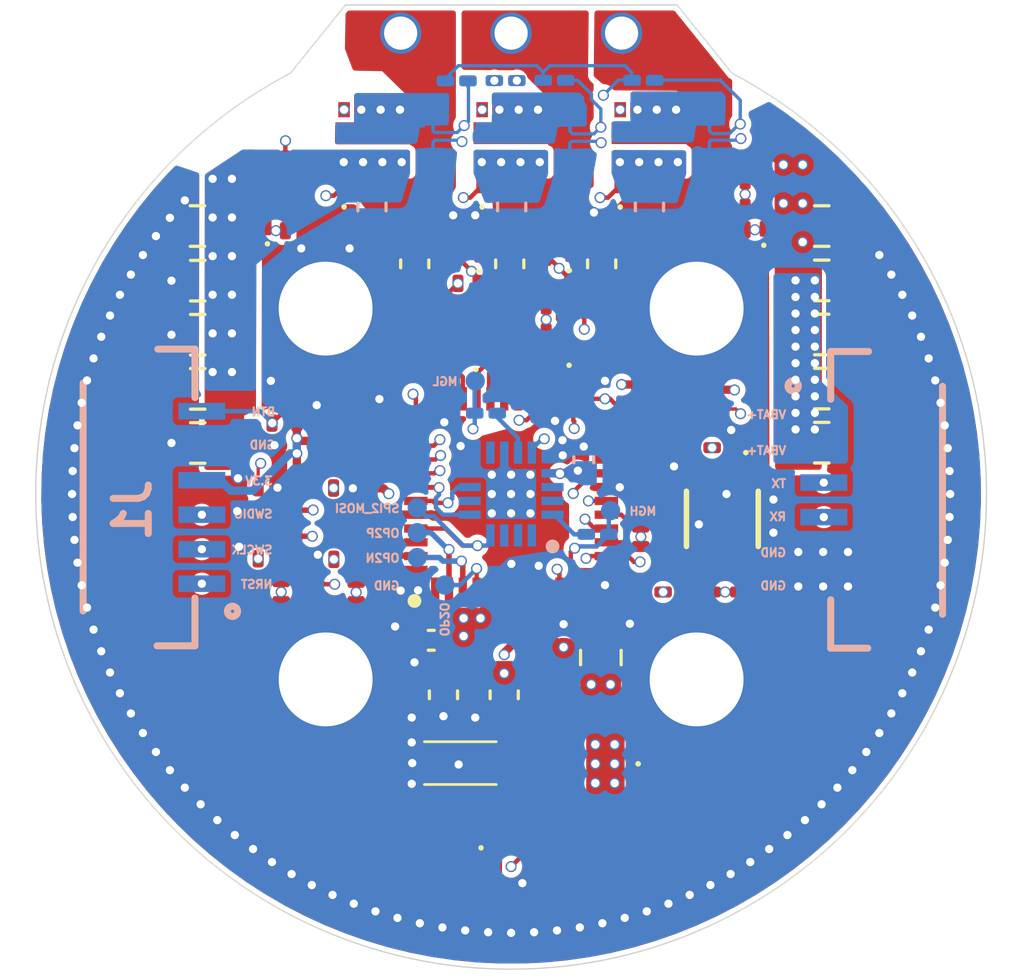
<source format=kicad_pcb>
(kicad_pcb (version 20241229) (generator "pcbnew") (generator_version "9.0")
  (layers (0 "F.Cu" signal) (4 "In1.Cu" signal) (6 "In2.Cu" signal) (8 "In3.Cu" signal) (10 "In4.Cu" signal) (12 "In5.Cu" signal) (14 "In6.Cu" signal) (2 "B.Cu" signal) (13 "F.Paste" user) (15 "B.Paste" user) (5 "F.SilkS" user "F.Silkscreen") (7 "B.SilkS" user "B.Silkscreen") (1 "F.Mask" user) (3 "B.Mask" user) (25 "Edge.Cuts" user))
  (net 0 "")
  (net 1 "+3.3V")
  (net 2 "GND")
  (net 3 "/OUTU")
  (net 4 "Net-(IC1-VBOOTU)")
  (net 5 "/OUTV")
  (net 6 "Net-(IC1-VBOOTV)")
  (net 7 "Net-(IC1-VBOOTW)")
  (net 8 "/OUTW")
  (net 9 "Net-(IC1-NSTBY)")
  (net 10 "/NRST")
  (net 11 "VBAT+")
  (net 12 "/REG12")
  (net 13 "/OP1O")
  (net 14 "/OP1N")
  (net 15 "/ISNSU")
  (net 16 "/OP2O")
  (net 17 "/OP2N")
  (net 18 "/ISNSV")
  (net 19 "/OP3N")
  (net 20 "/OP3O")
  (net 21 "/ISNSW")
  (net 22 "/BTN")
  (net 23 "Net-(IC1-PA5)")
  (net 24 "/SHUNT+AFTER")
  (net 25 "/SW")
  (net 26 "Net-(D2-A)")
  (net 27 "/HSU")
  (net 28 "Net-(D3-A)")
  (net 29 "/LSU")
  (net 30 "/HSV")
  (net 31 "Net-(D4-A)")
  (net 32 "/LSV")
  (net 33 "Net-(D5-A)")
  (net 34 "/HSW")
  (net 35 "Net-(D6-A)")
  (net 36 "/LSW")
  (net 37 "Net-(D7-A)")
  (net 38 "/SPI2_CS")
  (net 39 "/OP2P")
  (net 40 "/SPI2_MOSI")
  (net 41 "/UART_TX")
  (net 42 "/SWCLK")
  (net 43 "Net-(D8-A)")
  (net 45 "Net-(IC1-PF2-NRST)")
  (net 46 "/MGL")
  (net 47 "/OP1P")
  (net 48 "/SPI2_SCK")
  (net 49 "/UART_RX")
  (net 50 "/SWDIO")
  (net 51 "/OP3P")
  (net 52 "/SPI2_MISO")
  (net 53 "/MGH")
  (net 57 "Net-(D8-K)")
  (net 59 "Net-(IC2-SCLK)")
  (net 60 "/SHUNT+U")
  (net 61 "Net-(Q1-G2)")
  (net 62 "Net-(Q1-G1)")
  (net 63 "/SHUNT+V")
  (net 64 "Net-(Q2-G2)")
  (net 65 "Net-(Q2-G1)")
  (net 66 "/SHUNT+W")
  (net 67 "Net-(Q3-G2)")
  (net 68 "Net-(Q3-G1)")
  (net 69 "Net-(IC2-MGH)")
  (net 73 "Net-(IC2-MGL)")
  (net 74 "Net-(Q1-S2)")
  (net 75 "Net-(Q2-S2)")
  (net 76 "Net-(Q3-S2)")
  (net 77 "/SHUNT-W")
  (net 78 "/SHUNT-U")
  (net 79 "/SHUNT-V")
  (footprint "Diode_SMD:D_01005_0402Metric_Pad0.57x0.30mm_HandSolder" (layer "F.Cu") (at 98.725 94.55 90)
    (property "Reference" "D2" (hide yes))
    (property "Value" "BAS16LP-7B" (hide yes))
  )
  (footprint "Capacitor_SMD:C_0805_2012Metric" (layer "F.Cu") (at 111.25 98.14)
    (property "Reference" "C36" (hide yes))
    (property "Value" "22u" (hide yes))
  )
  (footprint "samacsys:STPS0560Z" (layer "F.Cu") (at 98.16 109.75 180)
    (property "Reference" "D1" (hide yes))
    (property "Value" "STPS0560Z" (hide yes))
  )
  (footprint "Resistor_SMD:R_0201_0603Metric_Pad0.64x0.40mm_HandSolder" (layer "F.Cu") (at 100 114.1 180)
    (property "Reference" "R47" (hide yes))
    (property "Value" "1k" (hide yes))
  )
  (footprint "Resistor_SMD:R_0201_0603Metric_Pad0.64x0.40mm_HandSolder" (layer "F.Cu") (at 102.12 92.73 90)
    (property "Reference" "R30" (hide yes))
    (property "Value" "120R" (hide yes))
  )
  (footprint "Resistor_SMD:R_0201_0603Metric_Pad0.64x0.40mm_HandSolder" (layer "F.Cu") (at 108.475 88.2425 -90)
    (property "Reference" "R31" (hide yes))
    (property "Value" "0R" (hide yes))
  )
  (footprint "samacsys:435151014824" (layer "F.Cu") (at 107.65 100.9 -90)
    (property "Reference" "S1" (hide yes))
    (property "Value" "435151014824" (hide yes))
  )
  (footprint "LOGO" (layer "F.Cu") (at 88.929961 106.5)
    (property "Reference" "G***" (hide yes))
    (property "Value" "LOGO" (hide yes))
  )
  (footprint "Resistor_SMD:R_0201_0603Metric_Pad0.64x0.40mm_HandSolder" (layer "F.Cu") (at 105.0975 103.55)
    (property "Reference" "R37" (hide yes))
    (property "Value" "100R" (hide yes))
  )
  (footprint "Resistor_SMD:R_0201_0603Metric_Pad0.64x0.40mm_HandSolder" (layer "F.Cu") (at 94.28 101.96 -90)
    (property "Reference" "R34" (hide yes))
    (property "Value" "7.5k" (hide yes))
  )
  (footprint "Capacitor_SMD:C_0201_0603Metric_Pad0.64x0.40mm_HandSolder" (layer "F.Cu") (at 97.1325 104.475 180)
    (property "Reference" "C1" (hide yes))
    (property "Value" "100n" (hide yes))
  )
  (footprint "Capacitor_SMD:C_0201_0603Metric_Pad0.64x0.40mm_HandSolder" (layer "F.Cu") (at 105.26 96.44 90)
    (property "Reference" "C30" (hide yes))
    (property "Value" "1nF" (hide yes))
  )
  (footprint "Capacitor_SMD:C_0201_0603Metric_Pad0.64x0.40mm_HandSolder" (layer "F.Cu") (at 105.1 100.5 180)
    (property "Reference" "C15" (hide yes))
    (property "Value" "470p" (hide yes))
  )
  (footprint "Diode_SMD:D_01005_0402Metric_Pad0.57x0.30mm_HandSolder" (layer "F.Cu") (at 91.175 90 90)
    (property "Reference" "D3" (hide yes))
    (property "Value" "BAS16LP-7B" (hide yes))
  )
  (footprint "Diode_SMD:D_01005_0402Metric_Pad0.57x0.30mm_HandSolder" (layer "F.Cu") (at 102.1 94.4 90)
    (property "Reference" "D4" (hide yes))
    (property "Value" "BAS16LP-7B" (hide yes))
  )
  (footprint "Resistor_SMD:R_0201_0603Metric_Pad0.64x0.40mm_HandSolder" (layer "F.Cu") (at 90.84 100.1775 -90)
    (property "Reference" "R15" (hide yes))
    (property "Value" "1k" (hide yes))
  )
  (footprint "Capacitor_SMD:C_0603_1608Metric" (layer "F.Cu") (at 96.51 91.66 90)
    (property "Reference" "C2" (hide yes))
    (property "Value" "1u" (hide yes))
  )
  (footprint "Capacitor_SMD:C_0805_2012Metric" (layer "F.Cu") (at 103.25 105.925 90)
    (property "Reference" "C7" (hide yes))
    (property "Value" "47u" (hide yes))
  )
  (footprint "Capacitor_SMD:C_0805_2012Metric" (layer "F.Cu") (at 88.65 96.19 180)
    (property "Reference" "C33" (hide yes))
    (property "Value" "22u" (hide yes))
  )
  (footprint "Capacitor_SMD:C_0805_2012Metric" (layer "F.Cu") (at 88.64 90.29 180)
    (property "Reference" "C27" (hide yes))
    (property "Value" "22u" (hide yes))
  )
  (footprint "Capacitor_SMD:C_0201_0603Metric_Pad0.64x0.40mm_HandSolder" (layer "F.Cu") (at 94.98 101.96 -90)
    (property "Reference" "C19" (hide yes))
    (property "Value" "DNP" (hide yes))
  )
  (footprint "Resistor_SMD:R_0201_0603Metric_Pad0.64x0.40mm_HandSolder" (layer "F.Cu") (at 106.875 103.55)
    (property "Reference" "R3" (hide yes))
    (property "Value" "0R" (hide yes))
  )
  (footprint "Resistor_SMD:R_0201_0603Metric_Pad0.64x0.40mm_HandSolder" (layer "F.Cu") (at 98.075 91 -90)
    (property "Reference" "R21" (hide yes))
    (property "Value" "0R" (hide yes))
  )
  (footprint "Capacitor_SMD:C_0805_2012Metric" (layer "F.Cu") (at 88.65 92.27 180)
    (property "Reference" "C26" (hide yes))
    (property "Value" "22u" (hide yes))
  )
  (footprint "Resistor_SMD:R_0201_0603Metric_Pad0.64x0.40mm_HandSolder" (layer "F.Cu") (at 106.87 96.22 180)
    (property "Reference" "R12" (hide yes))
    (property "Value" "15k" (hide yes))
  )
  (footprint "Resistor_SMD:R_0201_0603Metric_Pad0.64x0.40mm_HandSolder" (layer "F.Cu") (at 98.8 92.78 90)
    (property "Reference" "R19" (hide yes))
    (property "Value" "120R" (hide yes))
  )
  (footprint "Diode_SMD:D_01005_0402Metric_Pad0.57x0.30mm_HandSolder" (layer "F.Cu") (at 109.15 90.0525 90)
    (property "Reference" "D6" (hide yes))
    (property "Value" "BAS16LP-7B" (hide yes))
  )
  (footprint "Resistor_SMD:R_0201_0603Metric_Pad0.64x0.40mm_HandSolder" (layer "F.Cu") (at 94.97 100.2 -90)
    (property "Reference" "R27" (hide yes))
    (property "Value" "15k" (hide yes))
  )
  (footprint "samacsys:DMT6018LDR7" (layer "F.Cu") (at 94.988 87.45)
    (property "Reference" "Q1" (hide yes))
    (property "Value" "DMT6018LDR-7" (hide yes))
  )
  (footprint "samacsys:m3test" (layer "F.Cu") (at 106.7175 106.7175)
    (property "Reference" "TP1" (hide yes))
    (property "Value" "TestPoint" (hide yes))
  )
  (footprint "samacsys:m3test" (layer "F.Cu") (at 93.2825 106.7175)
    (property "Reference" "TP1" (hide yes))
    (property "Value" "TestPoint" (hide yes))
  )
  (footprint "Resistor_SMD:R_0201_0603Metric_Pad0.64x0.40mm_HandSolder" (layer "F.Cu") (at 106.87 96.92 180)
    (property "Reference" "R10" (hide yes))
    (property "Value" "1k" (hide yes))
  )
  (footprint "samacsys:hole_1.5mm" (layer "F.Cu") (at 100 83.3 90)
    (property "Reference" "TP6" (hide yes))
    (property "Value" "TestPoint" (hide yes))
  )
  (footprint "Resistor_SMD:R_0201_0603Metric_Pad0.64x0.40mm_HandSolder" (layer "F.Cu") (at 108.475 90.0175 90)
    (property "Reference" "R29" (hide yes))
    (property "Value" "120R" (hide yes))
  )
  (footprint "samacsys:74438335220" (layer "F.Cu") (at 102.35 109.775 180)
    (property "Reference" "L2" (hide yes))
    (property "Value" "74438335220" (hide yes))
  )
  (footprint "Resistor_SMD:R_0201_0603Metric_Pad0.64x0.40mm_HandSolder" (layer "F.Cu") (at 90.84 101.9375 90)
    (property "Reference" "R22" (hide yes))
    (property "Value" "1k" (hide yes))
  )
  (footprint "Capacitor_SMD:C_0805_2012Metric" (layer "F.Cu") (at 111.25 94.22)
    (property "Reference" "C31" (hide yes))
    (property "Value" "22u" (hide yes))
  )
  (footprint "Capacitor_SMD:C_0805_2012Metric" (layer "F.Cu") (at 111.25 90.29)
    (property "Reference" "C24" (hide yes))
    (property "Value" "22u" (hide yes))
  )
  (footprint "Resistor_SMD:R_0201_0603Metric_Pad0.64x0.40mm_HandSolder" (layer "F.Cu") (at 91.54 101.94 -90)
    (property "Reference" "R23" (hide yes))
    (property "Value" "7.5k" (hide yes))
  )
  (footprint "LOGO" (layer "F.Cu") (at 87.291127 101.5218)
    (property "Reference" "G***" (hide yes))
    (property "Value" "LOGO" (hide yes))
  )
  (footprint "Capacitor_SMD:C_0603_1608Metric" (layer "F.Cu") (at 103.28 91.66 90)
    (property "Reference" "C4" (hide yes))
    (property "Value" "1u" (hide yes))
  )
  (footprint "Resistor_SMD:R_0201_0603Metric_Pad0.64x0.40mm_HandSolder" (layer "F.Cu") (at 101.27 91.01 -90)
    (property "Reference" "R32" (hide yes))
    (property "Value" "0R" (hide yes))
  )
  (footprint "Capacitor_SMD:C_0603_1608Metric" (layer "F.Cu") (at 99.75 107.275 90)
    (property "Reference" "C10" (hide yes))
    (property "Value" "220n" (hide yes))
  )
  (footprint "Capacitor_SMD:C_0201_0603Metric_Pad0.64x0.40mm_HandSolder" (layer "F.Cu") (at 94.3 97.375 180)
    (property "Reference" "C8" (hide yes))
    (property "Value" "10n" (hide yes))
  )
  (footprint "Capacitor_SMD:C_0201_0603Metric_Pad0.64x0.40mm_HandSolder" (layer "F.Cu") (at 98.65 106.7075 -90)
    (property "Reference" "C12" (hide yes))
    (property "Value" "100n" (hide yes))
  )
  (footprint "Resistor_SMD:R_0201_0603Metric_Pad0.64x0.40mm_HandSolder" (layer "F.Cu") (at 91.825 88.275 90)
    (property "Reference" "R7" (hide yes))
    (property "Value" "0R" (hide yes))
  )
  (footprint "Capacitor_SMD:C_0201_0603Metric_Pad0.64x0.40mm_HandSolder" (layer "F.Cu") (at 101.9 105.125 90)
    (property "Reference" "C6" (hide yes))
    (property "Value" "100n" (hide yes))
  )
  (footprint "Resistor_SMD:R_0201_0603Metric_Pad0.64x0.40mm_HandSolder" (layer "F.Cu") (at 101.27 92.775 -90)
    (property "Reference" "R20" (hide yes))
    (property "Value" "0R" (hide yes))
  )
  (footprint "Capacitor_SMD:C_0402_1005Metric" (layer "F.Cu") (at 97.1075 105.3 180)
    (property "Reference" "C5" (hide yes))
    (property "Value" "4.7u" (hide yes))
  )
  (footprint "LOGO" (layer "F.Cu") (at 114.241127 101.521821)
    (property "Reference" "G***" (hide yes))
    (property "Value" "LOGO" (hide yes))
  )
  (footprint "Resistor_SMD:R_0201_0603Metric_Pad0.64x0.40mm_HandSolder" (layer "F.Cu") (at 94.27 100.2 90)
    (property "Reference" "R28" (hide yes))
    (property "Value" "15k" (hide yes))
  )
  (footprint "Resistor_SMD:R_0201_0603Metric_Pad0.64x0.40mm_HandSolder" (layer "F.Cu") (at 105.1 101.9)
    (property "Reference" "R42" (hide yes))
    (property "Value" "15k" (hide yes))
  )
  (footprint "Resistor_SMD:R_0201_0603Metric_Pad0.64x0.40mm_HandSolder" (layer "F.Cu") (at 92.24 97.02 90)
    (property "Reference" "R40" (hide yes))
    (property "Value" "10k" (hide yes))
  )
  (footprint "LED_SMD:LED_0402_1005Metric" (layer "F.Cu") (at 100 112.82)
    (property "Reference" "D8" (hide yes))
    (property "Value" "LED" (hide yes))
  )
  (footprint "Capacitor_SMD:C_0805_2012Metric" (layer "F.Cu") (at 88.65 94.23 180)
    (property "Reference" "C23" (hide yes))
    (property "Value" "22u" (hide yes))
  )
  (footprint "LOGO" (layer "F.Cu") (at 107.491127 111.55)
    (property "Reference" "G***" (hide yes))
    (property "Value" "LOGO" (hide yes))
  )
  (footprint "Capacitor_SMD:C_0805_2012Metric" (layer "F.Cu") (at 111.25 92.26)
    (property "Reference" "C25" (hide yes))
    (property "Value" "22u" (hide yes))
  )
  (footprint "Capacitor_SMD:C_0201_0603Metric_Pad0.64x0.40mm_HandSolder" (layer "F.Cu") (at 92.08 103.8975 180)
    (property "Reference" "C18" (hide yes))
    (property "Value" "470p" (hide yes))
  )
  (footprint "Diode_SMD:D_01005_0402Metric_Pad0.57x0.30mm_HandSolder" (layer "F.Cu") (at 102.11 90.965 90)
    (property "Reference" "D7" (hide yes))
    (property "Value" "BAS16LP-7B" (hide yes))
  )
  (footprint "Resistor_SMD:R_0201_0603Metric_Pad0.64x0.40mm_HandSolder" (layer "F.Cu") (at 92.08 103.1775 180)
    (property "Reference" "R25" (hide yes))
    (property "Value" "220R" (hide yes))
  )
  (footprint "Resistor_SMD:R_0201_0603Metric_Pad0.64x0.40mm_HandSolder" (layer "F.Cu") (at 105.1 99.8 180)
    (property "Reference" "R14" (hide yes))
    (property "Value" "220R" (hide yes))
  )
  (footprint "Resistor_SMD:R_0201_0603Metric_Pad0.64x0.40mm_HandSolder" (layer "F.Cu") (at 104.55 96.44 -90)
    (property "Reference" "R46" (hide yes))
    (property "Value" "18k" (hide yes))
  )
  (footprint "samacsys:DMT6018LDR7" (layer "F.Cu") (at 104.988 87.45)
    (property "Reference" "Q3" (hide yes))
    (property "Value" "DMT6018LDR-7" (hide yes))
  )
  (footprint "Capacitor_SMD:C_0805_2012Metric" (layer "F.Cu") (at 111.25 96.18)
    (property "Reference" "C35" (hide yes))
    (property "Value" "22u" (hide yes))
  )
  (footprint "Resistor_SMD:R_0201_0603Metric_Pad0.64x0.40mm_HandSolder" (layer "F.Cu") (at 106.87 97.62)
    (property "Reference" "R11" (hide yes))
    (property "Value" "15k" (hide yes))
  )
  (footprint "Resistor_SMD:R_0201_0603Metric_Pad0.64x0.40mm_HandSolder" (layer "F.Cu") (at 98.075 94.55 90)
    (property "Reference" "R5" (hide yes))
    (property "Value" "120R" (hide yes))
  )
  (footprint "Resistor_SMD:R_0201_0603Metric_Pad0.64x0.40mm_HandSolder" (layer "F.Cu") (at 93.58 101.96 90)
    (property "Reference" "R33" (hide yes))
    (property "Value" "1k" (hide yes))
  )
  (footprint "samacsys:hole_1.5mm" (layer "F.Cu") (at 104 83.3 90)
    (property "Reference" "TP7" (hide yes))
    (property "Value" "TestPoint" (hide yes))
  )
  (footprint "Resistor_SMD:R_0201_0603Metric_Pad0.64x0.40mm_HandSolder" (layer "F.Cu") (at 94.3 98.075)
    (property "Reference" "R2" (hide yes))
    (property "Value" "10k" (hide yes))
  )
  (footprint "Resistor_SMD:R_0201_0603Metric_Pad0.64x0.40mm_HandSolder" (layer "F.Cu") (at 104.54 98.54 -90)
    (property "Reference" "R13" (hide yes))
    (property "Value" "7.5k" (hide yes))
  )
  (footprint "Resistor_SMD:R_0201_0603Metric_Pad0.64x0.40mm_HandSolder" (layer "F.Cu") (at 106.8725 98.32 180)
    (property "Reference" "R9" (hide yes))
    (property "Value" "1k" (hide yes))
  )
  (footprint "Diode_SMD:D_01005_0402Metric_Pad0.57x0.30mm_HandSolder" (layer "F.Cu") (at 98.82 90.99 90)
    (property "Reference" "D5" (hide yes))
    (property "Value" "BAS16LP-7B" (hide yes))
  )
  (footprint "LOGO" (layer "F.Cu") (at 111.52 106.5)
    (property "Reference" "G***" (hide yes))
    (property "Value" "LOGO" (hide yes))
  )
  (footprint "Capacitor_SMD:C_0201_0603Metric_Pad0.64x0.40mm_HandSolder" (layer "F.Cu") (at 108.65 103.55)
    (property "Reference" "C9" (hide yes))
    (property "Value" "100n" (hide yes))
  )
  (footprint "Resistor_SMD:R_0201_0603Metric_Pad0.64x0.40mm_HandSolder" (layer "F.Cu") (at 98.075 92.775 90)
    (property "Reference" "R4" (hide yes))
    (property "Value" "0R" (hide yes))
  )
  (footprint "Capacitor_SMD:C_0603_1608Metric" (layer "F.Cu") (at 99.95 91.66 90)
    (property "Reference" "C3" (hide yes))
    (property "Value" "1u" (hide yes))
  )
  (footprint "samacsys:hole_1.5mm" (layer "F.Cu") (at 96 83.3 90)
    (property "Reference" "TP5" (hide yes))
    (property "Value" "TestPoint" (hide yes))
  )
  (footprint "Resistor_SMD:R_0201_0603Metric_Pad0.64x0.40mm_HandSolder" (layer "F.Cu") (at 101.27 94.5325 90)
    (property "Reference" "R18" (hide yes))
    (property "Value" "120R" (hide yes))
  )
  (footprint "Resistor_SMD:R_0201_0603Metric_Pad0.64x0.40mm_HandSolder" (layer "F.Cu") (at 91.825 90.05 90)
    (property "Reference" "R6" (hide yes))
    (property "Value" "120R" (hide yes))
  )
  (footprint "samacsys:DMT6018LDR7" (layer "F.Cu") (at 99.988 87.45)
    (property "Reference" "Q2" (hide yes))
    (property "Value" "DMT6018LDR-7" (hide yes))
  )
  (footprint "samacsys:m3test" (layer "F.Cu") (at 106.7175 93.2825)
    (property "Reference" "TP1" (hide yes))
    (property "Value" "TestPoint" (hide yes))
  )
  (footprint "Capacitor_SMD:C_0805_2012Metric" (layer "F.Cu") (at 88.65 98.15 180)
    (property "Reference" "C34" (hide yes))
    (property "Value" "22u" (hide yes))
  )
  (footprint "Capacitor_SMD:C_0201_0603Metric_Pad0.64x0.40mm_HandSolder" (layer "F.Cu") (at 105.24 98.55 -90)
    (property "Reference" "C14" (hide yes))
    (property "Value" "DNP" (hide yes))
  )
  (footprint "Capacitor_SMD:C_0201_0603Metric_Pad0.64x0.40mm_HandSolder" (layer "F.Cu") (at 91.34 97.02 90)
    (property "Reference" "C28" (hide yes))
    (property "Value" "100n" (hide yes))
  )
  (footprint "Capacitor_SMD:C_0201_0603Metric_Pad0.64x0.40mm_HandSolder" (layer "F.Cu") (at 105.1 101.2)
    (property "Reference" "C29" (hide yes))
    (property "Value" "100n" (hide yes))
  )
  (footprint "Capacitor_SMD:C_0201_0603Metric_Pad0.64x0.40mm_HandSolder" (layer "F.Cu") (at 92.24 101.9375 -90)
    (property "Reference" "C16" (hide yes))
    (property "Value" "DNP" (hide yes))
  )
  (footprint "Capacitor_SMD:C_0603_1608Metric" (layer "F.Cu") (at 97.55 107.275 90)
    (property "Reference" "C11" (hide yes))
    (property "Value" "10u" (hide yes))
  )
  (footprint "Capacitor_SMD:C_0201_0603Metric_Pad0.64x0.40mm_HandSolder" (layer "F.Cu") (at 94.795 103.9 180)
    (property "Reference" "C21" (hide yes))
    (property "Value" "470p" (hide yes))
  )
  (footprint "samacsys:m3test" (layer "F.Cu") (at 93.2825 93.2825)
    (property "Reference" "TP1" (hide yes))
    (property "Value" "TestPoint" (hide yes))
  )
  (footprint "Resistor_SMD:R_0201_0603Metric_Pad0.64x0.40mm_HandSolder" (layer "F.Cu") (at 92.24 100.1775 -90)
    (property "Reference" "R16" (hide yes))
    (property "Value" "15k" (hide yes))
  )
  (footprint "Resistor_SMD:R_0201_0603Metric_Pad0.64x0.40mm_HandSolder" (layer "F.Cu") (at 91.54 100.1775 90)
    (property "Reference" "R17" (hide yes))
    (property "Value" "15k" (hide yes))
  )
  (footprint "Resistor_SMD:R_0201_0603Metric_Pad0.64x0.40mm_HandSolder" (layer "F.Cu") (at 94.2975 98.77 180)
    (property "Reference" "R1" (hide yes))
    (property "Value" "10k" (hide yes))
  )
  (footprint "Resistor_SMD:R_0201_0603Metric_Pad0.64x0.40mm_HandSolder" (layer "F.Cu") (at 93.57 100.19 -90)
    (property "Reference" "R26" (hide yes))
    (property "Value" "1k" (hide yes))
  )
  (footprint "LOGO" (layer "F.Cu") (at 94.241127 111.55)
    (property "Reference" "G***" (hide yes))
    (property "Value" "LOGO" (hide yes))
  )
  (footprint "samacsys:QFN50P700X700X105-49N-D" (layer "F.Cu") (at 100 100 90)
    (property "Reference" "IC1" (hide yes))
    (property "Value" "STSPIN32G0A2" (hide yes))
  )
  (footprint "Resistor_SMD:R_0201_0603Metric_Pad0.64x0.40mm_HandSolder" (layer "F.Cu") (at 94.7975 103.2 180)
    (property "Reference" "R36" (hide yes))
    (property "Value" "220R" (hide yes))
  )
  (footprint "Capacitor_SMD:C_0603_1608Metric" (layer "B.Cu") (at 94.96 89.6 90)
    (property "Reference" "C20" (hide yes))
    (property "Value" "1u" (hide yes))
  )
  (footprint "Resistor_SMD:R_0201_0603Metric_Pad0.64x0.40mm_HandSolder" (layer "B.Cu") (at 99.8 85.02 180)
    (property "Reference" "R41" (hide yes))
    (property "Value" "100k" (hide yes))
  )
  (footprint "samacsys:SM06B-GHS-TB" (layer "B.Cu") (at 84.5 105.5 90)
    (property "Reference" "J1")
    (property "Value" "SM06B-GHS-TB_LF__SN_" (hide yes))
  )
  (footprint "samacsys:SM06B-GHS-TB" (layer "B.Cu") (at 115.623885 94.8365 -90)
    (property "Reference" "J2" (hide yes))
    (property "Value" "SM06B-GHS-TB_LF__SN_" (hide yes))
  )
  (footprint "samacsys:4wire_0603" (layer "B.Cu") (at 102.13 86.29 -90)
    (property "Reference" "R49" (hide yes))
    (property "Value" "R_Shunt" (hide yes))
  )
  (footprint "samacsys:pad_0.7mm" (layer "B.Cu") (at 97.6 103.3 180)
    (property "Reference" "TP8" (hide yes))
    (property "Value" "TestPoint" (hide yes))
  )
  (footprint "Resistor_SMD:R_0201_0603Metric_Pad0.64x0.40mm_HandSolder" (layer "B.Cu") (at 103.13 101.46)
    (property "Reference" "R39" (hide yes))
    (property "Value" "0R" (hide yes))
  )
  (footprint "Resistor_SMD:R_0201_0603Metric_Pad0.64x0.40mm_HandSolder" (layer "B.Cu") (at 104.79 85.01 180)
    (property "Reference" "R45" (hide yes))
    (property "Value" "3k" (hide yes))
  )
  (footprint "samacsys:pad_0.7mm" (layer "B.Cu") (at 96.6 101.4 180)
    (property "Reference" "TP10" (hide yes))
    (property "Value" "TestPoint" (hide yes))
  )
  (footprint "Capacitor_SMD:C_0603_1608Metric" (layer "B.Cu") (at 105.01 89.6 90)
    (property "Reference" "C17" (hide yes))
    (property "Value" "1u" (hide yes))
  )
  (footprint "Resistor_SMD:R_0201_0603Metric_Pad0.64x0.40mm_HandSolder" (layer "B.Cu") (at 98.03 85.03 180)
    (property "Reference" "R43" (hide yes))
    (property "Value" "3k" (hide yes))
  )
  (footprint "samacsys:pad_0.7mm" (layer "B.Cu") (at 96.6 103.3 180)
    (property "Reference" "TP15" (hide yes))
    (property "Value" "TestPoint" (hide yes))
  )
  (footprint "Resistor_SMD:R_0201_0603Metric_Pad0.64x0.40mm_HandSolder" (layer "B.Cu") (at 99.09 97.07)
    (property "Reference" "R38" (hide yes))
    (property "Value" "0R" (hide yes))
  )
  (footprint "samacsys:pad_0.7mm" (layer "B.Cu") (at 103.6 100.6 180)
    (property "Reference" "TP12" (hide yes))
    (property "Value" "TestPoint" (hide yes))
  )
  (footprint "samacsys:pad_0.7mm" (layer "B.Cu") (at 96.6 102.3 180)
    (property "Reference" "TP9" (hide yes))
    (property "Value" "TestPoint" (hide yes))
  )
  (footprint "samacsys:QFN50P300X300X100-17N-D" (layer "B.Cu") (at 100 100 90)
    (property "Reference" "IC2" (hide yes))
    (property "Value" "MA330GQ-Z" (hide yes))
  )
  (footprint "LOGO" (layer "B.Cu") (at 106.87 111.28 180)
    (property "Reference" "G***" (hide yes))
    (property "Value" "LOGO" (hide yes))
  )
  (footprint "samacsys:4wire_0603" (layer "B.Cu") (at 107.18 86.26 -90)
    (property "Reference" "R50" (hide yes))
    (property "Value" "R_Shunt" (hide yes))
  )
  (footprint "Resistor_SMD:R_0201_0603Metric_Pad0.64x0.40mm_HandSolder" (layer "B.Cu") (at 101.57 85.01 180)
    (property "Reference" "R44" (hide yes))
    (property "Value" "3k" (hide yes))
  )
  (footprint "samacsys:pad_0.7mm" (layer "B.Cu") (at 96.6 100.5 180)
    (property "Reference" "TP13" (hide yes))
    (property "Value" "TestPoint" (hide yes))
  )
  (footprint "LOGO" (layer "B.Cu") (at 100.002093 113.313134 180)
    (property "Reference" "G***" (hide yes))
    (property "Value" "LOGO" (hide yes))
  )
  (footprint "samacsys:pad_0.7mm" (layer "B.Cu") (at 98.7 95.9 180)
    (property "Reference" "TP11" (hide yes))
    (property "Value" "TestPoint" (hide yes))
  )
  (footprint "Capacitor_SMD:C_0402_1005Metric" (layer "B.Cu") (at 102.63 98.76 90)
    (property "Reference" "C22" (hide yes))
    (property "Value" "1u" (hide yes))
  )
  (footprint "samacsys:4wire_0603" (layer "B.Cu") (at 97.17 86.25 -90)
    (property "Reference" "R48" (hide yes))
    (property "Value" "R_Shunt" (hide yes))
  )
  (footprint "Capacitor_SMD:C_0603_1608Metric" (layer "B.Cu") (at 100.02 89.6 90)
    (property "Reference" "C13" (hide yes))
    (property "Value" "1u" (hide yes))
  )
  (gr_line (start 106.008782 82.28) (end 94 82.28) (stroke (width 0.05)) (layer "Edge.Cuts"))
  (gr_arc (start 108.005681 84.758226) (mid 99.991146 117.216345) (end 92.01 84.75) (stroke (width 0.05)) (layer "Edge.Cuts"))
  (gr_line (start 94 82.28) (end 92.010002 84.75) (stroke (width 0.05)) (layer "Edge.Cuts"))
  (gr_line (start 108.005681 84.758226) (end 106.008782 82.28) (stroke (width 0.05)) (layer "Edge.Cuts"))
  (gr_text "GND" (at 110 102.3 0) (layer "B.SilkS") (effects (font (size 0.3 0.3) (thickness 0.075) (bold yes)) (justify left bottom mirror)))
  (gr_text "SWCLK" (at 91.4 102.2 0) (layer "B.SilkS") (effects (font (size 0.3 0.3) (thickness 0.075) (bold yes)) (justify left bottom mirror)))
  (gr_text "BTN" (at 91.5 97.2 0) (layer "B.SilkS") (effects (font (size 0.3 0.3) (thickness 0.075) (bold yes)) (justify left bottom mirror)))
  (gr_text "3.3V\n" (at 91.4 99.7 0) (layer "B.SilkS") (effects (font (size 0.3 0.3) (thickness 0.075) (bold yes)) (justify left bottom mirror)))
  (gr_text "TX" (at 110 99.8 0) (layer "B.SilkS") (effects (font (size 0.3 0.3) (thickness 0.075) (bold yes)) (justify left bottom mirror)))
  (gr_text "OP2P" (at 96 101.6 0) (layer "B.SilkS") (effects (font (size 0.3 0.3) (thickness 0.075) (bold yes)) (justify left bottom mirror)))
  (gr_text "RX" (at 110 101 0) (layer "B.SilkS") (effects (font (size 0.3 0.3) (thickness 0.075) (bold yes)) (justify left bottom mirror)))
  (gr_text "VBAT+" (at 110 98.6 0) (layer "B.SilkS") (effects (font (size 0.3 0.3) (thickness 0.075) (bold yes)) (justify left bottom mirror)))
  (gr_text "GND" (at 110 103.5 0) (layer "B.SilkS") (effects (font (size 0.3 0.3) (thickness 0.075) (bold yes)) (justify left bottom mirror)))
  (gr_text "GND" (at 96 103.5 0) (layer "B.SilkS") (effects (font (size 0.3 0.3) (thickness 0.075) (bold yes)) (justify left bottom mirror)))
  (gr_text "OP2O" (at 97.4 105.2 270) (layer "B.SilkS") (effects (font (size 0.3 0.3) (thickness 0.075) (bold yes)) (justify left bottom mirror)))
  (gr_text "SWDIO" (at 91.4 100.9 0) (layer "B.SilkS") (effects (font (size 0.3 0.3) (thickness 0.075) (bold yes)) (justify left bottom mirror)))
  (gr_text "NRST" (at 91.4 103.45 0) (layer "B.SilkS") (effects (font (size 0.3 0.3) (thickness 0.075) (bold yes)) (justify left bottom mirror)))
  (gr_text "OP2N" (at 96 102.5 0) (layer "B.SilkS") (effects (font (size 0.3 0.3) (thickness 0.075) (bold yes)) (justify left bottom mirror)))
  (gr_text "SPI2_MOSI" (at 96 100.7 0) (layer "B.SilkS") (effects (font (size 0.3 0.3) (thickness 0.075) (bold yes)) (justify left bottom mirror)))
  (gr_text "VBAT+" (at 110 97.3 0) (layer "B.SilkS") (effects (font (size 0.3 0.3) (thickness 0.075) (bold yes)) (justify left bottom mirror)))
  (gr_text "MGL" (at 98.1 96.1 0) (layer "B.SilkS") (effects (font (size 0.3 0.3) (thickness 0.075) (bold yes)) (justify left bottom mirror)))
  (gr_text "GND" (at 91.5 98.4 0) (layer "B.SilkS") (effects (font (size 0.3 0.3) (thickness 0.075) (bold yes)) (justify left bottom mirror)))
  (gr_text "MGH" (at 105.3 100.8 0) (layer "B.SilkS") (effects (font (size 0.3 0.3) (thickness 0.075) (bold yes)) (justify left bottom mirror)))
  (segment (start 94.97 99.7925) (end 95.373268 99.7925) (width 0.3) (layer "F.Cu") (net 1))
  (segment (start 108.08 96.22) (end 108.09 96.23) (width 0.3) (layer "F.Cu") (net 1))
  (segment (start 92.24 97.4275) (end 92.24 97.98) (width 0.3) (layer "F.Cu") (net 1))
  (segment (start 93.89 98.0775) (end 93.8925 98.075) (width 0.3) (layer "F.Cu") (net 1))
  (segment (start 101.9 105.5325) (end 101.9 105.55) (width 0.3) (layer "F.Cu") (net 1))
  (segment (start 92.24 98.61) (end 92.24 98.530003) (width 0.3) (layer "F.Cu") (net 1))
  (segment (start 104 96.03) (end 104.0025 96.0325) (width 0.3) (layer "F.Cu") (net 1))
  (segment (start 95.373268 99.7925) (end 95.57 99.989232) (width 0.3) (layer "F.Cu") (net 1))
  (segment (start 93.8925 98.075) (end 92.335 98.075) (width 0.3) (layer "F.Cu") (net 1))
  (segment (start 103.25 106.9) (end 103.25 106.875) (width 0.3) (layer "F.Cu") (net 1))
  (segment (start 107.2775 96.22) (end 108.08 96.22) (width 0.3) (layer "F.Cu") (net 1))
  (segment (start 104.55 96.0325) (end 104.0025 96.0325) (width 0.3) (layer "F.Cu") (net 1))
  (segment (start 92.24 97.98) (end 92.24 98.61) (width 0.3) (layer "F.Cu") (net 1))
  (segment (start 95.57 99.99) (end 95.57 99.989232) (width 0.3) (layer "F.Cu") (net 1))
  (segment (start 93.89 98.77) (end 93.89 98.0775) (width 0.3) (layer "F.Cu") (net 1))
  (segment (start 92.335 98.075) (end 92.24 97.98) (width 0.3) (layer "F.Cu") (net 1))
  (segment (start 92.24 98.61) (end 92.24 99.77) (width 0.3) (layer "F.Cu") (net 1))
  (via (at 98.28 104.5) (size 0.4) (drill 0.3) (layers "F.Cu" "B.Cu") (net 1))
  (via (at 100.2075 85.02) (size 0.4) (drill 0.3) (layers "F.Cu" "B.Cu") (net 1))
  (via (at 103.6 106.9) (size 0.4) (drill 0.3) (layers "F.Cu" "B.Cu") (net 1))
  (via (at 103.05 110.475) (size 0.4) (drill 0.3) (layers "F.Cu" "B.Cu") (net 1))
  (via (at 98.28 105.15) (size 0.4) (drill 0.3) (layers "F.Cu" "B.Cu") (net 1))
  (via (at 103.75 110.475) (size 0.4) (drill 0.3) (layers "F.Cu" "B.Cu") (net 1))
  (via (at 101.9 105.55) (size 0.4) (drill 0.3) (layers "F.Cu" "B.Cu") (net 1))
  (via (at 108.09 96.23) (size 0.4) (drill 0.3) (layers "F.Cu" "B.Cu") (net 1))
  (via (at 102.418225 99.153663) (size 0.4) (drill 0.3) (layers "F.Cu" "B.Cu") (net 1))
  (via (at 92.24 97.98) (size 0.4) (drill 0.3) (layers "F.Cu" "B.Cu") (net 1))
  (via (at 103.75 109.075) (size 0.4) (drill 0.3) (layers "F.Cu" "B.Cu") (net 1))
  (via (at 103.05 109.775) (size 0.4) (drill 0.3) (layers "F.Cu" "B.Cu") (net 1))
  (via (at 101.77 99.26) (size 0.4) (drill 0.3) (layers "F.Cu" "B.Cu") (net 1))
  (via (at 98.89 104.5) (size 0.4) (drill 0.3) (layers "F.Cu" "B.Cu") (net 1))
  (via (at 103.05 109.075) (size 0.4) (drill 0.3) (layers "F.Cu" "B.Cu") (net 1))
  (via (at 95.57 99.989232) (size 0.4) (drill 0.3) (layers "F.Cu" "B.Cu") (net 1))
  (via (at 92.24 98.530003) (size 0.4) (drill 0.3) (layers "F.Cu" "B.Cu") (net 1))
  (via (at 102.9 106.9) (size 0.4) (drill 0.3) (layers "F.Cu" "B.Cu") (net 1))
  (via (at 104.0025 96.0325) (size 0.4) (drill 0.3) (layers "F.Cu" "B.Cu") (net 1))
  (via (at 103.75 109.775) (size 0.4) (drill 0.3) (layers "F.Cu" "B.Cu") (net 1))
  (segment (start 91.994997 98.530003) (end 92.24 98.530003) (width 0.3) (layer "B.Cu") (net 1))
  (segment (start 89.85 99.881) (end 90.644 99.881) (width 0.3) (layer "B.Cu") (net 1))
  (segment (start 90.644 99.881) (end 91.994997 98.530003) (width 0.3) (layer "B.Cu") (net 1))
  (segment (start 92.24 97.98) (end 92.24 98.530003) (width 0.3) (layer "B.Cu") (net 1))
  (segment (start 88.8 99.5) (end 89.469 99.5) (width 0.3) (layer "B.Cu") (net 1))
  (segment (start 89.469 99.5) (end 89.85 99.881) (width 0.3) (layer "B.Cu") (net 1))
  (via (at 104.3 104.7) (size 0.4) (drill 0.3) (layers "F.Cu" "B.Cu") (net 2))
  (via (at 84.12179 99.167858) (size 0.4) (drill 0.3) (layers "F.Cu" "B.Cu") (net 2))
  (via (at 100 100.7) (size 0.4) (drill 0.3) (layers "F.Cu" "B.Cu") (net 2))
  (via (at 84.878201 95.08663) (size 0.4) (drill 0.3) (layers "F.Cu" "B.Cu") (net 2))
  (via (at 106.8 101.1) (size 0.4) (drill 0.3) (layers "F.Cu" "B.Cu") (net 2))
  (via (at 102.63 98.28) (size 0.4) (drill 0.3) (layers "F.Cu" "B.Cu") (net 2))
  (via (at 86.665138 91.340239) (size 0.4) (drill 0.3) (layers "F.Cu" "B.Cu") (net 2))
  (via (at 104.91337 115.121799) (size 0.4) (drill 0.3) (layers "F.Cu" "B.Cu") (net 2))
  (via (at 97.512692 115.704245) (size 0.4) (drill 0.3) (layers "F.Cu" "B.Cu") (net 2))
  (via (at 87.7 98.15) (size 0.4) (drill 0.3) (layers "F.Cu" "B.Cu") (net 2))
  (via (at 106.467113 114.525373) (size 0.4) (drill 0.3) (layers "F.Cu" "B.Cu") (net 2))
  (via (at 89.360823 111.816003) (size 0.4) (drill 0.3) (layers "F.Cu" "B.Cu") (net 2))
  (via (at 101.662003 115.812898) (size 0.4) (drill 0.3) (layers "F.Cu" "B.Cu") (net 2))
  (via (at 114.167004 107.218449) (size 0.4) (drill 0.3) (layers "F.Cu" "B.Cu") (net 2))
  (via (at 111.242998 111.242998) (size 0.4) (drill 0.3) (layers "F.Cu" "B.Cu") (net 2))
  (via (at 94.30195 114.843929) (size 0.4) (drill 0.3) (layers "F.Cu" "B.Cu") (net 2))
  (via (at 96.4 110.5) (size 0.4) (drill 0.3) (layers "F.Cu" "B.Cu") (net 2))
  (via (at 105.9 99) (size 0.4) (drill 0.3) (layers "F.Cu" "B.Cu") (net 2))
  (via (at 86.230196 107.95) (size 0.4) (drill 0.3) (layers "F.Cu" "B.Cu") (net 2))
  (via (at 96.694204 115.552547) (size 0.4) (drill 0.3) (layers "F.Cu" "B.Cu") (net 2))
  (via (at 107.8 100) (size 0.4) (drill 0.3) (layers "F.Cu" "B.Cu") (net 2))
  (via (at 115.358221 95.884777) (size 0.4) (drill 0.3) (layers "F.Cu" "B.Cu") (net 2))
  (via (at 84.641779 104.115223) (size 0.4) (drill 0.3) (layers "F.Cu" "B.Cu") (net 2))
  (via (at 112.356621 110.006194) (size 0.4) (drill 0.3) (layers "F.Cu" "B.Cu") (net 2))
  (via (at 113.334862 108.659761) (size 0.4) (drill 0.3) (layers "F.Cu" "B.Cu") (net 2))
  (via (at 93 102.2) (size 0.4) (drill 0.3) (layers "F.Cu" "B.Cu") (net 2))
  (via (at 98.17 98.26) (size 0.4) (drill 0.3) (layers "F.Cu" "B.Cu") (net 2))
  (via (at 87.7 94.23) (size 0.4) (drill 0.3) (layers "F.Cu" "B.Cu") (net 2))
  (via (at 102.487308 115.704245) (size 0.4) (drill 0.3) (layers "F.Cu" "B.Cu") (net 2))
  (via (at 99.3 99.3) (size 0.4) (drill 0.3) (layers "F.Cu" "B.Cu") (net 2))
  (via (at 95.884777 115.358221) (size 0.4) (drill 0.3) (layers "F.Cu" "B.Cu") (net 2))
  (via (at 99.167858 115.87821) (size 0.4) (drill 0.3) (layers "F.Cu" "B.Cu") (net 2))
  (via (at 100.7 100) (size 0.4) (drill 0.3) (layers "F.Cu" "B.Cu") (net 2))
  (via (at 111.3 102.1) (size 0.4) (drill 0.3) (layers "F.Cu" "B.Cu") (net 2))
  (via (at 103.934287 99.755057) (size 0.4) (drill 0.3) (layers "F.Cu" "B.Cu") (net 2))
  (via (at 98.7 108.1) (size 0.4) (drill 0.3) (layers "F.Cu" "B.Cu") (net 2))
  (via (at 86.665138 108.659761) (size 0.4) (drill 0.3) (layers "F.Cu" "B.Cu") (net 2))
  (via (at 84.1 100) (size 0.4) (drill 0.3) (layers "F.Cu" "B.Cu") (net 2))
  (via (at 114.167004 92.781551) (size 0.4) (drill 0.3) (layers "F.Cu" "B.Cu") (net 2))
  (via (at 84.447453 96.694204) (size 0.4) (drill 0.3) (layers "F.Cu" "B.Cu") (net 2))
  (via (at 97.9 89.9) (size 0.4) (drill 0.3) (layers "F.Cu" "B.Cu") (net 2))
  (via (at 115.812898 98.337997) (size 0.4) (drill 0.3) (layers "F.Cu" "B.Cu") (net 2))
  (via (at 115.87821 100.832142) (size 0.4) (drill 0.3) (layers "F.Cu" "B.Cu") (net 2))
  (via (at 114.843929 105.69805) (size 0.4) (drill 0.3) (layers "F.Cu" "B.Cu") (net 2))
  (via (at 94.27 99.7925) (size 0.4) (drill 0.3) (layers "F.Cu" "B.Cu") (net 2))
  (via (at 107.97 97.68) (size 0.4) (drill 0.3) (layers "F.Cu" "B.Cu") (net 2))
  (via (at 98.337997 115.812898) (size 0.4) (drill 0.3) (layers "F.Cu" "B.Cu") (net 2))
  (via (at 91.43 98.23) (size 0.4) (drill 0.3) (layers "F.Cu" "B.Cu") (net 2))
  (via (at 105.69805 114.843929) (size 0.4) (drill 0.3) (layers "F.Cu" "B.Cu") (net 2))
  (via (at 85.832996 92.781551) (size 0.4) (drill 0.3) (layers "F.Cu" "B.Cu") (net 2))
  (via (at 109.345786 112.86337) (size 0.4) (drill 0.3) (layers "F.Cu" "B.Cu") (net 2))
  (via (at 96.4 108.1) (size 0.4) (drill 0.3) (layers "F.Cu" "B.Cu") (net 2))
  (via (at 84.12179 100.832142) (size 0.4) (drill 0.3) (layers "F.Cu" "B.Cu") (net 2))
  (via (at 89.993806 112.356621) (size 0.4) (drill 0.3) (layers "F.Cu" "B.Cu") (net 2))
  (via (at 103.305796 115.552547) (size 0.4) (drill 0.3) (layers "F.Cu" "B.Cu") (net 2))
  (via (at 113.334862 91.340239) (size 0.4) (drill 0.3) (layers "F.Cu" "B.Cu") (net 2))
  (via (at 98.7 89.9) (size 0.4) (drill 0.3) (layers "F.Cu" "B.Cu") (net 2))
  (via (at 110.006194 112.356621) (size 0.4) (drill 0.3) (layers "F.Cu" "B.Cu") (net 2))
  (via (at 115.552547 103.305796) (size 0.4) (drill 0.3) (layers "F.Cu" "B.Cu") (net 2))
  (via (at 115.121799 95.08663) (size 0.4) (drill 0.3) (layers "F.Cu" "B.Cu") (net 2))
  (via (at 112.2 102.1) (size 0.4) (drill 0.3) (layers "F.Cu" "B.Cu") (net 2))
  (via (at 112.86337 109.345786) (size 0.4) (drill 0.3) (layers "F.Cu" "B.Cu") (net 2))
  (via (at 99.3 100.7) (size 0.4) (drill 0.3) (layers "F.Cu" "B.Cu") (net 2))
  (via (at 99.3 100) (size 0.4) (drill 0.3) (layers "F.Cu" "B.Cu") (net 2))
  (via (at 95.23 96.56) (size 0.4) (drill 0.3) (layers "F.Cu" "B.Cu") (net 2))
  (via (at 110.4 103.35) (size 0.4) (drill 0.3) (layers "F.Cu" "B.Cu") (net 2))
  (via (at 93.532887 114.525373) (size 0.4) (drill 0.3) (layers "F.Cu" "B.Cu") (net 2))
  (via (at 91.3 95.9) (size 0.4) (drill 0.3) (layers "F.Cu" "B.Cu") (net 2))
  (via (at 115.358221 104.115223) (size 0.4) (drill 0.3) (layers "F.Cu" "B.Cu") (net 2))
  (via (at 85.156071 105.69805) (size 0.4) (drill 0.3) (layers "F.Cu" "B.Cu") (net 2))
  (via (at 100 115.9) (size 0.4) (drill 0.3) (layers "F.Cu" "B.Cu") (net 2))
  (via (at 90.11 99.43) (size 0.4) (drill 0.3) (layers "F.Cu" "B.Cu") (net 2))
  (via (at 87.643379 110.006194) (size 0.4) (drill 0.3) (layers "F.Cu" "B.Cu") (net 2))
  (via (at 104.115223 115.358221) (size 0.4) (drill 0.3) (layers "F.Cu" "B.Cu") (net 2))
  (via (at 96.42 109.75) (size 0.4) (drill 0.3) (layers "F.Cu" "B.Cu") (net 2))
  (via (at 88.183997 89.360823) (size 0.4) (drill 0.3) (layers "F.Cu" "B.Cu") (net 2))
  (via (at 115.704245 97.512692) (size 0.4) (drill 0.3) (layers "F.Cu" "B.Cu") (net 2))
  (via (at 84.447453 103.305796) (size 0.4) (drill 0.3) (layers "F.Cu" "B.Cu") (net 2))
  (via (at 115.812898 101.662003) (size 0.4) (drill 0.3) (layers "F.Cu" "B.Cu") (net 2))
  (via (at 84.641779 95.884777) (size 0.4) (drill 0.3) (layers "F.Cu" "B.Cu") (net 2))
  (via (at 96.63 103.49) (size 0.4) (drill 0.3) (layers "F.Cu" "B.Cu") (net 2))
  (via (at 96.4 109) (size 0.4) (drill 0.3) (layers "F.Cu" "B.Cu") (net 2))
  (via (at 100.7 99.3) (size 0.4) (drill 0.3) (layers "F.Cu" "B.Cu") (net 2))
  (via (at 111.3 103.35) (size 0.4) (drill 0.3) (layers "F.Cu" "B.Cu") (net 2))
  (via (at 91.54 99.77) (size 0.4) (drill 0.3) (layers "F.Cu" "B.Cu") (net 2))
  (via (at 101.9 104.7175) (size 0.4) (drill 0.3) (layers "F.Cu" "B.Cu") (net 2))
  (via (at 100.832142 115.87821) (size 0.4) (drill 0.3) (layers "F.Cu" "B.Cu") (net 2))
  (via (at 88.183997 110.639177) (size 0.4) (drill 0.3) (layers "F.Cu" "B.Cu") (net 2))
  (via (at 100 99.3) (size 0.4) (drill 0.3) (layers "F.Cu" "B.Cu") (net 2))
  (via (at 84.295755 102.487308) (size 0.4) (drill 0.3) (layers "F.Cu" "B.Cu") (net 2))
  (via (at 87.7 92.27) (size 0.4) (drill 0.3) (layers "F.Cu" "B.Cu") (net 2))
  (via (at 88.757002 111.242998) (size 0.4) (drill 0.3) (layers "F.Cu" "B.Cu") (net 2))
  (via (at 103.4 103.3) (size 0.4) (drill 0.3) (layers "F.Cu" "B.Cu") (net 2))
  (via (at 111.816003 110.639177) (size 0.4) (drill 0.3) (layers "F.Cu" "B.Cu") (net 2))
  (via (at 91.340239 113.334862) (size 0.4) (drill 0.3) (layers "F.Cu" "B.Cu") (net 2))
  (via (at 100.4075 114.1) (size 0.4) (drill 0.3) (layers "F.Cu" "B.Cu") (net 2))
  (via (at 94.15 91.1) (size 0.4) (drill 0.3) (layers "F.Cu" "B.Cu") (net 2))
  (via (at 84.187102 98.337997) (size 0.4) (drill 0.3) (layers "F.Cu" "B.Cu") (net 2))
  (via (at 92.05 113.769804) (size 0.4) (drill 0.3) (layers "F.Cu" "B.Cu") (net 2))
  (via (at 100.01 102.53) (size 0.4) (drill 0.3) (layers "F.Cu" "B.Cu") (net 2))
  (via (at 115.704245 102.487308) (size 0.4) (drill 0.3) (layers "F.Cu" "B.Cu") (net 2))
  (via (at 85.832996 107.218449) (size 0.4) (drill 0.3) (layers "F.Cu" "B.Cu") (net 2))
  (via (at 96 103.5) (size 0.4) (drill 0.3) (layers "F.Cu" "B.Cu") (net 2))
  (via (at 85.474627 106.467113) (size 0.4) (drill 0.3) (layers "F.Cu" "B.Cu") (net 2))
  (via (at 113.769804 107.95) (size 0.4) (drill 0.3) (layers "F.Cu" "B.Cu") (net 2))
  (via (at 103.4 95.9) (size 0.4) (drill 0.3) (layers "F.Cu" "B.Cu") (net 2))
  (via (at 87.13663 109.345786) (size 0.4) (drill 0.3) (layers "F.Cu" "B.Cu") (net 2))
  (via (at 101.86 98.05) (size 0.4) (drill 0.3) (layers "F.Cu" "B.Cu") (net 2))
  (via (at 113.769804 92.05) (size 0.4) (drill 0.3) (layers "F.Cu" "B.Cu") (net 2))
  (via (at 110.4 102.1) (size 0.4) (drill 0.3) (layers "F.Cu" "B.Cu") (net 2))
  (via (at 114.525373 93.532887) (size 0.4) (drill 0.3) (layers "F.Cu" "B.Cu") (net 2))
  (via (at 98.1 109.8) (size 0.4) (drill 0.3) (layers "F.Cu" "B.Cu") (net 2))
  (via (at 84.878201 104.91337) (size 0.4) (drill 0.3) (layers "F.Cu" "B.Cu") (net 2))
  (via (at 97.58 97.4) (size 0.4) (drill 0.3) (layers "F.Cu" "B.Cu") (net 2))
  (via (at 85.474627 93.532887) (size 0.4) (drill 0.3) (layers "F.Cu" "B.Cu") (net 2))
  (via (at 114.843929 94.30195) (size 0.4) (drill 0.3) (layers "F.Cu" "B.Cu") (net 2))
  (via (at 115.121799 104.91337) (size 0.4) (drill 0.3) (layers "F.Cu" "B.Cu") (net 2))
  (via (at 86.230196 92.05) (size 0.4) (drill 0.3) (layers "F.Cu" "B.Cu") (net 2))
  (via (at 90.08 100.62) (size 0.4) (drill 0.3) (layers "F.Cu" "B.Cu") (net 2))
  (via (at 107.218449 114.167004) (size 0.4) (drill 0.3) (layers "F.Cu" "B.Cu") (net 2))
  (via (at 100.7 100.7) (size 0.4) (drill 0.3) (layers "F.Cu" "B.Cu") (net 2))
  (via (at 115.87821 99.167858) (size 0.4) (drill 0.3) (layers "F.Cu" "B.Cu") (net 2))
  (via (at 109.5 100.2) (size 0.4) (drill 0.3) (layers "F.Cu" "B.Cu") (net 2))
  (via (at 90.15 101.91) (size 0.4) (drill 0.3) (layers "F.Cu" "B.Cu") (net 2))
  (via (at 97.55 108.05) (size 0.4) (drill 0.3) (layers "F.Cu" "B.Cu") (net 2))
  (via (at 100 100) (size 0.4) (drill 0.3) (layers "F.Cu" "B.Cu") (net 2))
  (via (at 110.639177 111.816003) (size 0.4) (drill 0.3) (layers "F.Cu" "B.Cu") (net 2))
  (via (at 115.9 100) (size 0.4) (drill 0.3) (layers "F.Cu" "B.Cu") (net 2))
  (via (at 92.96 96.78) (size 0.4) (drill 0.3) (layers "F.Cu" "B.Cu") (net 2))
  (via (at 95.08663 115.121799) (size 0.4) (drill 0.3) (layers "F.Cu" "B.Cu") (net 2))
  (via (at 107.95 113.769804) (size 0.4) (drill 0.3) (layers "F.Cu" "B.Cu") (net 2))
  (via (at 101 102.6) (size 0.4) (drill 0.3) (layers "F.Cu" "B.Cu") (net 2))
  (via (at 103 89.8) (size 0.4) (drill 0.3) (layers "F.Cu" "B.Cu") (net 2))
  (via (at 85.156071 94.30195) (size 0.4) (drill 0.3) (layers "F.Cu" "B.Cu") (net 2))
  (via (at 84.187102 101.662003) (size 0.4) (drill 0.3) (layers "F.Cu" "B.Cu") (net 2))
  (via (at 87.643379 89.993806) (size 0.4) (drill 0.3) (layers "F.Cu" "B.Cu") (net 2))
  (via (at 108.659761 113.334862) (size 0.4) (drill 0.3) (layers "F.Cu" "B.Cu") (net 2))
  (via (at 109.5 101.4) (size 0.4) (drill 0.3) (layers "F.Cu" "B.Cu") (net 2))
  (via (at 84.295755 97.512692) (size 0.4) (drill 0.3) (layers "F.Cu" "B.Cu") (net 2))
  (via (at 92.4 91.1) (size 0.4) (drill 0.3) (layers "F.Cu" "B.Cu") (net 2))
  (via (at 115.552547 96.694204) (size 0.4) (drill 0.3) (layers "F.Cu" "B.Cu") (net 2))
  (via (at 112.2 103.35) (size 0.4) (drill 0.3) (layers "F.Cu" "B.Cu") (net 2))
  (via (at 95.8 104.8) (size 0.4) (drill 0.3) (layers "F.Cu" "B.Cu") (net 2))
  (via (at 87.13663 90.654214) (size 0.4) (drill 0.3) (layers "F.Cu" "B.Cu") (net 2))
  (via (at 96.5 106.1) (size 0.4) (drill 0.3) (layers "F.Cu" "B.Cu") (net 2))
  (via (at 101.59 97.35) (size 0.4) (drill 0.3) (layers "F.Cu" "B.Cu") (net 2))
  (via (at 92.781551 114.167004) (size 0.4) (drill 0.3) (layers "F.Cu" "B.Cu") (net 2))
  (via (at 90.654214 112.86337) (size 0.4) (drill 0.3) (layers "F.Cu" "B.Cu") (net 2))
  (via (at 101.87 98.6) (size 0.4) (drill 0.3) (layers "F.Cu" "B.Cu") (net 2))
  (via (at 114.525373 106.467113) (size 0.4) (drill 0.3) (layers "F.Cu" "B.Cu") (net 2))
  (segment (start 97.75 96.55) (end 97.75 95.9829) (width 0.25) (layer "F.Cu") (net 3))
  (segment (start 97.26 95.4929) (end 97.26 91.635) (width 0.25) (layer "F.Cu") (net 3))
  (segment (start 97.26 91.635) (end 96.51 90.885) (width 0.25) (layer "F.Cu") (net 3))
  (segment (start 97.75 95.9829) (end 97.26 95.4929) (width 0.25) (layer "F.Cu") (net 3))
  (segment (start 97.25 96.55) (end 97.25 96.05) (width 0.25) (layer "F.Cu") (net 4))
  (segment (start 96.47 95.27) (end 96.47 92.475) (width 0.25) (layer "F.Cu") (net 4))
  (segment (start 96.47 92.475) (end 96.51 92.435) (width 0.25) (layer "F.Cu") (net 4))
  (segment (start 97.25 96.05) (end 96.47 95.27) (width 0.25) (layer "F.Cu") (net 4))
  (segment (start 100.701 91.636) (end 99.95 90.885) (width 0.25) (layer "F.Cu") (net 5))
  (segment (start 99.75 95.88) (end 100.701 94.929) (width 0.25) (layer "F.Cu") (net 5))
  (segment (start 100.701 94.929) (end 100.701 91.636) (width 0.25) (layer "F.Cu") (net 5))
  (segment (start 99.75 96.55) (end 99.75 95.88) (width 0.25) (layer "F.Cu") (net 5))
  (segment (start 99.95 94.94) (end 99.95 92.435) (width 0.25) (layer "F.Cu") (net 6))
  (segment (start 99.25 96.55) (end 99.25 95.64) (width 0.25) (layer "F.Cu") (net 6))
  (segment (start 99.25 95.64) (end 99.95 94.94) (width 0.25) (layer "F.Cu") (net 6))
  (segment (start 102.4949 95.448) (end 101.6099 95.448) (width 0.25) (layer "F.Cu") (net 7))
  (segment (start 101.6099 95.448) (end 101.25 95.8079) (width 0.25) (layer "F.Cu") (net 7))
  (segment (start 103.275 94.6679) (end 102.4949 95.448) (width 0.25) (layer "F.Cu") (net 7))
  (segment (start 101.25 95.8079) (end 101.25 96.55) (width 0.25) (layer "F.Cu") (net 7))
  (segment (start 103.28 92.435) (end 103.28 92.915) (width 0.25) (layer "F.Cu") (net 7))
  (segment (start 103.28 92.915) (end 103.275 92.92) (width 0.25) (layer "F.Cu") (net 7))
  (segment (start 103.275 92.92) (end 103.275 94.6679) (width 0.25) (layer "F.Cu") (net 7))
  (segment (start 101.75 96.55) (end 101.75 95.875) (width 0.25) (layer "F.Cu") (net 8))
  (segment (start 104.04 91.645) (end 103.28 90.885) (width 0.25) (layer "F.Cu") (net 8))
  (segment (start 103.29 90.895) (end 103.28 90.885) (width 0.25) (layer "F.Cu") (net 8))
  (segment (start 101.75 95.875) (end 101.776 95.849) (width 0.25) (layer "F.Cu") (net 8))
  (segment (start 102.661 95.849) (end 104.04 94.47) (width 0.25) (layer "F.Cu") (net 8))
  (segment (start 104.04 94.47) (end 104.04 91.645) (width 0.25) (layer "F.Cu") (net 8))
  (segment (start 101.776 95.849) (end 102.661 95.849) (width 0.25) (layer "F.Cu") (net 8))
  (segment (start 95.0325 97.75) (end 95.0325 97.7) (width 0.16) (layer "F.Cu") (net 9))
  (segment (start 96.55 97.75) (end 95.0325 97.75) (width 0.16) (layer "F.Cu") (net 9))
  (segment (start 95.0325 97.7) (end 94.7075 97.375) (width 0.16) (layer "F.Cu") (net 9))
  (segment (start 95.0325 97.75) (end 94.7075 98.075) (width 0.16) (layer "F.Cu") (net 9))
  (segment (start 108.5 102.475) (end 108.5 99.325) (width 0.16) (layer "F.Cu") (net 10))
  (segment (start 108.2425 103.55) (end 108.54 103.2525) (width 0.16) (layer "F.Cu") (net 10))
  (segment (start 108.54 102.515) (end 108.5 102.475) (width 0.16) (layer "F.Cu") (net 10))
  (segment (start 107.2825 103.55) (end 107.75 103.55) (width 0.16) (layer "F.Cu") (net 10))
  (segment (start 108.54 103.2525) (end 108.54 102.515) (width 0.16) (layer "F.Cu") (net 10))
  (segment (start 107.75 103.55) (end 108.2425 103.55) (width 0.16) (layer "F.Cu") (net 10))
  (via (at 88.8 103.25) (size 0.4) (drill 0.3) (layers "F.Cu" "B.Cu") (net 10))
  (via (at 107.75 103.55) (size 0.4) (drill 0.3) (layers "F.Cu" "B.Cu") (net 10))
  (segment (start 99.75 105.77) (end 99.75 105.82) (width 0.3) (layer "F.Cu") (net 11))
  (segment (start 100.25 105.25) (end 99.74 105.76) (width 0.3) (layer "F.Cu") (net 11))
  (segment (start 100.25 103.45) (end 100.25 105.25) (width 0.3) (layer "F.Cu") (net 11))
  (segment (start 99.74 105.76) (end 99.75 105.77) (width 0.3) (layer "F.Cu") (net 11))
  (via (at 110.3 95.26) (size 0.4) (drill 0.3) (layers "F.Cu" "B.Cu") (net 11))
  (via (at 99.75 106.5) (size 0.4) (drill 0.3) (layers "F.Cu" "B.Cu") (net 11))
  (via (at 103.938 87.975) (size 0.4) (drill 0.3) (layers "F.Cu" "B.Cu") (net 11))
  (via (at 89.19 88.58) (size 0.4) (drill 0.3) (layers "F.Cu" "B.Cu") (net 11))
  (via (at 100.338 87.975) (size 0.4) (drill 0.3) (layers "F.Cu" "B.Cu") (net 11))
  (via (at 110.3 97.06) (size 0.4) (drill 0.3) (layers "F.Cu" "B.Cu") (net 11))
  (via (at 93.938 87.975) (size 0.4) (drill 0.3) (layers "F.Cu" "B.Cu") (net 11))
  (via (at 111 96.46) (size 0.4) (drill 0.3) (layers "F.Cu" "B.Cu") (net 11))
  (via (at 111 94.06) (size 0.4) (drill 0.3) (layers "F.Cu" "B.Cu") (net 11))
  (via (at 89.19 95.58) (size 0.4) (drill 0.3) (layers "F.Cu" "B.Cu") (net 11))
  (via (at 110.3 97.66) (size 0.4) (drill 0.3) (layers "F.Cu" "B.Cu") (net 11))
  (via (at 111 93.46) (size 0.4) (drill 0.3) (layers "F.Cu" "B.Cu") (net 11))
  (via (at 89.89 91.38) (size 0.4) (drill 0.3) (layers "F.Cu" "B.Cu") (net 11))
  (via (at 111 94.66) (size 0.4) (drill 0.3) (layers "F.Cu" "B.Cu") (net 11))
  (via (at 110.3 94.66) (size 0.4) (drill 0.3) (layers "F.Cu" "B.Cu") (net 11))
  (via (at 111 92.26) (size 0.4) (drill 0.3) (layers "F.Cu" "B.Cu") (net 11))
  (via (at 89.19 89.98) (size 0.4) (drill 0.3) (layers "F.Cu" "B.Cu") (net 11))
  (via (at 89.89 89.98) (size 0.4) (drill 0.3) (layers "F.Cu" "B.Cu") (net 11))
  (via (at 94.638 87.975) (size 0.4) (drill 0.3) (layers "F.Cu" "B.Cu") (net 11))
  (via (at 89.89 92.78) (size 0.4) (drill 0.3) (layers "F.Cu" "B.Cu") (net 11))
  (via (at 110.3 94.06) (size 0.4) (drill 0.3) (layers "F.Cu" "B.Cu") (net 11))
  (via (at 109.86 89.47) (size 0.4) (drill 0.3) (layers "F.Cu" "B.Cu") (net 11))
  (via (at 110.56 88.07) (size 0.4) (drill 0.3) (layers "F.Cu" "B.Cu") (net 11))
  (via (at 101.038 87.975) (size 0.4) (drill 0.3) (layers "F.Cu" "B.Cu") (net 11))
  (via (at 111 92.86) (size 0.4) (drill 0.3) (layers "F.Cu" "B.Cu") (net 11))
  (via (at 111 97.66) (size 0.4) (drill 0.3) (layers "F.Cu" "B.Cu") (net 11))
  (via (at 110.3 96.46) (size 0.4) (drill 0.3) (layers "F.Cu" "B.Cu") (net 11))
  (via (at 104.638 87.975) (size 0.4) (drill 0.3) (layers "F.Cu" "B.Cu") (net 11))
  (via (at 89.89 94.18) (size 0.4) (drill 0.3) (layers "F.Cu" "B.Cu") (net 11))
  (via (at 110.56 89.47) (size 0.4) (drill 0.3) (layers "F.Cu" "B.Cu") (net 11))
  (via (at 110.56 90.87) (size 0.4) (drill 0.3) (layers "F.Cu" "B.Cu") (net 11))
  (via (at 89.89 95.58) (size 0.4) (drill 0.3) (layers "F.Cu" "B.Cu") (net 11))
  (via (at 110.3 92.26) (size 0.4) (drill 0.3) (layers "F.Cu" "B.Cu") (net 11))
  (via (at 98.938 87.975) (size 0.4) (drill 0.3) (layers "F.Cu" "B.Cu") (net 11))
  (via (at 110.3 93.46) (size 0.4) (drill 0.3) (layers "F.Cu" "B.Cu") (net 11))
  (via (at 105.338 87.975) (size 0.4) (drill 0.3) (layers "F.Cu" "B.Cu") (net 11))
  (via (at 89.19 91.38) (size 0.4) (drill 0.3) (layers "F.Cu" "B.Cu") (net 11))
  (via (at 110.3 95.86) (size 0.4) (drill 0.3) (layers "F.Cu" "B.Cu") (net 11))
  (via (at 109.86 88.07) (size 0.4) (drill 0.3) (layers "F.Cu" "B.Cu") (net 11))
  (via (at 111 97.06) (size 0.4) (drill 0.3) (layers "F.Cu" "B.Cu") (net 11))
  (via (at 106.038 87.975) (size 0.4) (drill 0.3) (layers "F.Cu" "B.Cu") (net 11))
  (via (at 95.338 87.975) (size 0.4) (drill 0.3) (layers "F.Cu" "B.Cu") (net 11))
  (via (at 111 95.86) (size 0.4) (drill 0.3) (layers "F.Cu" "B.Cu") (net 11))
  (via (at 110.3 92.86) (size 0.4) (drill 0.3) (layers "F.Cu" "B.Cu") (net 11))
  (via (at 89.19 92.78) (size 0.4) (drill 0.3) (layers "F.Cu" "B.Cu") (net 11))
  (via (at 96.038 87.975) (size 0.4) (drill 0.3) (layers "F.Cu" "B.Cu") (net 11))
  (via (at 111 95.26) (size 0.4) (drill 0.3) (layers "F.Cu" "B.Cu") (net 11))
  (via (at 99.638 87.975) (size 0.4) (drill 0.3) (layers "F.Cu" "B.Cu") (net 11))
  (via (at 89.19 94.18) (size 0.4) (drill 0.3) (layers "F.Cu" "B.Cu") (net 11))
  (via (at 89.89 88.58) (size 0.4) (drill 0.3) (layers "F.Cu" "B.Cu") (net 11))
  (via (at 99.75 105.82) (size 0.4) (drill 0.3) (layers "F.Cu" "B.Cu") (net 11))
  (segment (start 99.75 104.77) (end 99.75 103.45) (width 0.3) (layer "F.Cu") (net 12))
  (segment (start 98.65 105.87) (end 99.75 104.77) (width 0.3) (layer "F.Cu") (net 12))
  (segment (start 98.65 106.3) (end 98.32 106.3) (width 0.3) (layer "F.Cu") (net 12))
  (segment (start 98.12 106.5) (end 97.55 106.5) (width 0.3) (layer "F.Cu") (net 12))
  (segment (start 98.65 106.3) (end 98.65 105.87) (width 0.3) (layer "F.Cu") (net 12))
  (segment (start 98.32 106.3) (end 98.12 106.5) (width 0.3) (layer "F.Cu") (net 12))
  (segment (start 105.5075 99.8) (end 105.5075 99.225) (width 0.16) (layer "F.Cu") (net 13))
  (segment (start 105.5075 99.225) (end 105.24 98.9575) (width 0.16) (layer "F.Cu") (net 13))
  (segment (start 104.54 98.920876) (end 104.54 98.9475) (width 0.16) (layer "F.Cu") (net 13))
  (segment (start 105.24 98.9575) (end 104.55 98.9575) (width 0.16) (layer "F.Cu") (net 13))
  (segment (start 104.55 98.9575) (end 104.54 98.9475) (width 0.16) (layer "F.Cu") (net 13))
  (segment (start 103.45 98.25) (end 103.869124 98.25) (width 0.16) (layer "F.Cu") (net 13))
  (segment (start 103.869124 98.25) (end 104.54 98.920876) (width 0.16) (layer "F.Cu") (net 13))
  (segment (start 105.24 98.1425) (end 105.78 98.1425) (width 0.16) (layer "F.Cu") (net 14))
  (segment (start 104.54 98.1325) (end 105.23 98.1325) (width 0.16) (layer "F.Cu") (net 14))
  (segment (start 104.1575 97.75) (end 104.54 98.1325) (width 0.16) (layer "F.Cu") (net 14))
  (segment (start 105.23 98.1325) (end 105.24 98.1425) (width 0.16) (layer "F.Cu") (net 14))
  (segment (start 103.45 97.75) (end 104.1575 97.75) (width 0.16) (layer "F.Cu") (net 14))
  (segment (start 105.9575 98.32) (end 106.465 98.32) (width 0.16) (layer "F.Cu") (net 14))
  (segment (start 105.78 98.1425) (end 105.9575 98.32) (width 0.16) (layer "F.Cu") (net 14))
  (segment (start 102.25 99.979222) (end 102.25 99.93) (width 0.16) (layer "F.Cu") (net 15))
  (segment (start 91.6725 103.55) (end 91.6725 103.1775) (width 0.16) (layer "F.Cu") (net 15))
  (segment (start 102.93 99.25) (end 103.45 99.25) (width 0.16) (layer "F.Cu") (net 15))
  (segment (start 102.25 99.93) (end 102.93 99.25) (width 0.16) (layer "F.Cu") (net 15))
  (segment (start 91.6725 103.8975) (end 91.6725 103.55) (width 0.16) (layer "F.Cu") (net 15))
  (via (at 102.25 99.979222) (size 0.4) (drill 0.3) (layers "F.Cu" "B.Cu") (net 15))
  (via (at 91.6725 103.55) (size 0.4) (drill 0.3) (layers "F.Cu" "B.Cu") (net 15))
  (segment (start 92.2375 102.3475) (end 92.24 102.345) (width 0.16) (layer "F.Cu") (net 16))
  (segment (start 93.1375 103.1775) (end 92.4875 103.1775) (width 0.16) (layer "F.Cu") (net 16))
  (segment (start 92.5 103.165) (end 92.4875 103.1775) (width 0.16) (layer "F.Cu") (net 16))
  (segment (start 91.54 102.3475) (end 92.2375 102.3475) (width 0.16) (layer "F.Cu") (net 16))
  (segment (start 98.75 103.45) (end 98.75 102.7) (width 0.16) (layer "F.Cu") (net 16))
  (segment (start 92.24 102.345) (end 92.5 102.605) (width 0.16) (layer "F.Cu") (net 16))
  (segment (start 92.5 102.605) (end 92.5 103.165) (width 0.16) (layer "F.Cu") (net 16))
  (segment (start 93.23 103.27) (end 93.1375 103.1775) (width 0.16) (layer "F.Cu") (net 16))
  (segment (start 93.61 103.27) (end 93.23 103.27) (width 0.16) (layer "F.Cu") (net 16))
  (via (at 98.75 102.7) (size 0.4) (drill 0.3) (layers "F.Cu" "B.Cu") (net 16))
  (via (at 93.61 103.27) (size 0.4) (drill 0.3) (layers "F.Cu" "B.Cu") (net 16))
  (segment (start 98.15 103.3) (end 97.6 103.3) (width 0.16) (layer "B.Cu") (net 16))
  (segment (start 98.75 102.7) (end 98.15 103.3) (width 0.16) (layer "B.Cu") (net 16))
  (segment (start 92.8 101.53) (end 92.83 101.53) (width 0.2) (layer "F.Cu") (net 17))
  (segment (start 92.24 101.53) (end 90.84 101.53) (width 0.2) (layer "F.Cu") (net 17))
  (segment (start 98.2 102.43) (end 98.25 102.48) (width 0.2) (layer "F.Cu") (net 17))
  (segment (start 92.24 101.53) (end 92.8 101.53) (width 0.2) (layer "F.Cu") (net 17))
  (segment (start 98.25 102.48) (end 98.25 103.45) (width 0.2) (layer "F.Cu") (net 17))
  (via (at 92.8 101.53) (size 0.4) (drill 0.3) (layers "F.Cu" "B.Cu") (net 17))
  (via (at 98.2 102.43) (size 0.4) (drill 0.3) (layers "F.Cu" "B.Cu") (net 17))
  (segment (start 97.53 102.43) (end 97.4 102.3) (width 0.2) (layer "B.Cu") (net 17))
  (segment (start 97.4 102.3) (end 96.6 102.3) (width 0.2) (layer "B.Cu") (net 17))
  (segment (start 98.2 102.43) (end 97.53 102.43) (width 0.2) (layer "B.Cu") (net 17))
  (segment (start 102.8 100.25) (end 103.45 100.25) (width 0.16) (layer "F.Cu") (net 18))
  (segment (start 94.39 103.56) (end 94.39 103.8975) (width 0.16) (layer "F.Cu") (net 18))
  (segment (start 94.39 103.2) (end 94.39 103.56) (width 0.16) (layer "F.Cu") (net 18))
  (segment (start 94.39 103.8975) (end 94.3875 103.9) (width 0.16) (layer "F.Cu") (net 18))
  (via (at 94.39 103.56) (size 0.4) (drill 0.3) (layers "F.Cu" "B.Cu") (net 18))
  (via (at 102.8 100.25) (size 0.4) (drill 0.3) (layers "F.Cu" "B.Cu") (net 18))
  (segment (start 96.55 102.25) (end 96.08 102.25) (width 0.2) (layer "F.Cu") (net 19))
  (segment (start 96.08 102.25) (end 95.3825 101.5525) (width 0.2) (layer "F.Cu") (net 19))
  (segment (start 94.98 101.5525) (end 93.58 101.5525) (width 0.2) (layer "F.Cu") (net 19))
  (segment (start 95.3825 101.5525) (end 94.98 101.5525) (width 0.2) (layer "F.Cu") (net 19))
  (segment (start 94.98 102.3675) (end 95.22 102.6075) (width 0.16) (layer "F.Cu") (net 20))
  (segment (start 95.22 103.185) (end 95.205 103.2) (width 0.16) (layer "F.Cu") (net 20))
  (segment (start 96.55 102.75) (end 95.3625 102.75) (width 0.16) (layer "F.Cu") (net 20))
  (segment (start 94.28 102.3675) (end 94.98 102.3675) (width 0.16) (layer "F.Cu") (net 20))
  (segment (start 95.3625 102.75) (end 95.22 102.6075) (width 0.16) (layer "F.Cu") (net 20))
  (segment (start 95.22 102.6075) (end 95.22 103.185) (width 0.16) (layer "F.Cu") (net 20))
  (segment (start 104.109 99.304876) (end 104.604124 99.8) (width 0.16) (layer "F.Cu") (net 21))
  (segment (start 103.45 98.75) (end 103.929304 98.75) (width 0.16) (layer "F.Cu") (net 21))
  (segment (start 104.6925 99.8) (end 104.6925 100.5) (width 0.16) (layer "F.Cu") (net 21))
  (segment (start 104.604124 99.8) (end 104.6925 99.8) (width 0.16) (layer "F.Cu") (net 21))
  (segment (start 104.109 98.929696) (end 104.109 99.304876) (width 0.16) (layer "F.Cu") (net 21))
  (segment (start 103.929304 98.75) (end 104.109 98.929696) (width 0.16) (layer "F.Cu") (net 21))
  (segment (start 92.165 96.6125) (end 91.35 97.4275) (width 0.16) (layer "F.Cu") (net 22))
  (segment (start 91.35 97.4275) (end 91.34 97.4275) (width 0.16) (layer "F.Cu") (net 22))
  (segment (start 97.2 98.25) (end 96.55 98.25) (width 0.16) (layer "F.Cu") (net 22))
  (segment (start 97.42 98.03) (end 97.2 98.25) (width 0.16) (layer "F.Cu") (net 22))
  (segment (start 92.24 96.6125) (end 92.165 96.6125) (width 0.16) (layer "F.Cu") (net 22))
  (via (at 97.42 98.03) (size 0.4) (drill 0.3) (layers "F.Cu" "B.Cu") (net 22))
  (via (at 91.35 97.4275) (size 0.4) (drill 0.3) (layers "F.Cu" "B.Cu") (net 22))
  (segment (start 88.8 97) (end 90.9225 97) (width 0.16) (layer "B.Cu") (net 22))
  (segment (start 90.9225 97) (end 91.35 97.4275) (width 0.16) (layer "B.Cu") (net 22))
  (segment (start 104.6925 101.19) (end 104.6925 101.89) (width 0.16) (layer "F.Cu") (net 23))
  (segment (start 103.987 100.75) (end 104.427 101.19) (width 0.16) (layer "F.Cu") (net 23))
  (segment (start 103.45 100.75) (end 103.987 100.75) (width 0.16) (layer "F.Cu") (net 23))
  (segment (start 104.427 101.19) (end 104.6925 101.19) (width 0.16) (layer "F.Cu") (net 23))
  (via (at 104.7 101.55) (size 0.4) (drill 0.3) (layers "F.Cu" "B.Cu") (net 23))
  (via (at 99.3925 85.02) (size 0.4) (drill 0.3) (layers "F.Cu" "B.Cu") (net 23))
  (segment (start 102.75 96.55) (end 103.58 96.55) (width 0.16) (layer "F.Cu") (net 24))
  (segment (start 103.4 96.55) (end 103.58 96.55) (width 0.16) (layer "F.Cu") (net 24))
  (segment (start 103.58 96.55) (end 103.8775 96.8475) (width 0.16) (layer "F.Cu") (net 24))
  (segment (start 103.8775 96.8475) (end 104.55 96.8475) (width 0.16) (layer "F.Cu") (net 24))
  (segment (start 105.26 96.8475) (end 104.55 96.8475) (width 0.16) (layer "F.Cu") (net 24))
  (via (at 103.4 96.55) (size 0.4) (drill 0.3) (layers "F.Cu" "B.Cu") (net 24))
  (via (at 103.34 85.55) (size 0.4) (drill 0.3) (layers "F.Cu" "B.Cu") (net 24))
  (segment (start 100.925 84.48) (end 98.09 84.48) (width 0.12) (layer "B.Cu") (net 24))
  (segment (start 98.09 84.48) (end 97.6225 84.9475) (width 0.12) (layer "B.Cu") (net 24))
  (segment (start 104.3625 84.99) (end 104.3625 84.7225) (width 0.12) (layer "B.Cu") (net 24))
  (segment (start 101.1625 84.7175) (end 101.1625 85.01) (width 0.12) (layer "B.Cu") (net 24))
  (segment (start 104.3825 85.01) (end 104.3725 85) (width 0.12) (layer "B.Cu") (net 24))
  (segment (start 97.6225 84.9475) (end 97.6225 85.03) (width 0.12) (layer "B.Cu") (net 24))
  (segment (start 101.1625 84.7175) (end 100.925 84.48) (width 0.12) (layer "B.Cu") (net 24))
  (segment (start 104.12 84.48) (end 101.4 84.48) (width 0.12) (layer "B.Cu") (net 24))
  (segment (start 103.89 85) (end 103.34 85.55) (width 0.12) (layer "B.Cu") (net 24))
  (segment (start 101.4 84.48) (end 101.1625 84.7175) (width 0.12) (layer "B.Cu") (net 24))
  (segment (start 104.3825 85.01) (end 104.3625 84.99) (width 0.12) (layer "B.Cu") (net 24))
  (segment (start 104.3725 85) (end 103.89 85) (width 0.12) (layer "B.Cu") (net 24))
  (segment (start 104.3625 84.7225) (end 104.12 84.48) (width 0.12) (layer "B.Cu") (net 24))
  (segment (start 98.725 94.2125) (end 98.725 93.895876) (width 0.16) (layer "F.Cu") (net 26))
  (segment (start 98.075 93.245876) (end 98.075 93.1825) (width 0.16) (layer "F.Cu") (net 26))
  (segment (start 98.725 93.895876) (end 98.075 93.245876) (width 0.16) (layer "F.Cu") (net 26))
  (segment (start 98.075 95.585) (end 98.075 94.9575) (width 0.16) (layer "F.Cu") (net 27))
  (segment (start 98.655 94.9575) (end 98.725 94.8875) (width 0.16) (layer "F.Cu") (net 27))
  (segment (start 98.075 94.9575) (end 98.655 94.9575) (width 0.16) (layer "F.Cu") (net 27))
  (segment (start 98.25 96.55) (end 98.25 95.76) (width 0.16) (layer "F.Cu") (net 27))
  (segment (start 98.25 95.76) (end 98.075 95.585) (width 0.16) (layer "F.Cu") (net 27))
  (segment (start 91.175 89.215) (end 91.7075 88.6825) (width 0.16) (layer "F.Cu") (net 28))
  (segment (start 91.7075 88.6825) (end 91.825 88.6825) (width 0.16) (layer "F.Cu") (net 28))
  (segment (start 91.175 89.6625) (end 91.175 89.215) (width 0.16) (layer "F.Cu") (net 28))
  (segment (start 96.55 96.48) (end 96.45 96.38) (width 0.16) (layer "F.Cu") (net 29))
  (segment (start 96.55 97.25) (end 96.55 96.48) (width 0.16) (layer "F.Cu") (net 29))
  (segment (start 91.295 90.4575) (end 91.175 90.3375) (width 0.16) (layer "F.Cu") (net 29))
  (segment (start 91.825 90.4575) (end 91.48 90.4575) (width 0.16) (layer "F.Cu") (net 29))
  (segment (start 91.48 90.4575) (end 91.295 90.4575) (width 0.16) (layer "F.Cu") (net 29))
  (via (at 96.45 96.38) (size 0.4) (drill 0.3) (layers "F.Cu" "B.Cu") (net 29))
  (via (at 91.48 90.4575) (size 0.4) (drill 0.3) (layers "F.Cu" "B.Cu") (net 29))
  (segment (start 100.25 95.96) (end 101.27 94.94) (width 0.16) (layer "F.Cu") (net 30))
  (segment (start 100.25 96.55) (end 100.25 95.96) (width 0.16) (layer "F.Cu") (net 30))
  (segment (start 101.8975 94.94) (end 102.1 94.7375) (width 0.16) (layer "F.Cu") (net 30))
  (segment (start 101.27 94.94) (end 101.8975 94.94) (width 0.16) (layer "F.Cu") (net 30))
  (segment (start 101.7 93.6625) (end 101.7 92.7975) (width 0.16) (layer "F.Cu") (net 31))
  (segment (start 102.1 94.0625) (end 101.7 93.6625) (width 0.16) (layer "F.Cu") (net 31))
  (segment (start 101.7 92.7975) (end 101.27 92.3675) (width 0.16) (layer "F.Cu") (net 31))
  (segment (start 99.106 95.28054) (end 98.75 95.63654) (width 0.16) (layer "F.Cu") (net 32))
  (segment (start 99.244 91.7515) (end 99.244 92.6885) (width 0.16) (layer "F.Cu") (net 32))
  (segment (start 98.8 93.1875) (end 98.805 93.1875) (width 0.16) (layer "F.Cu") (net 32))
  (segment (start 98.8 93.1325) (end 98.8 93.1875) (width 0.16) (layer "F.Cu") (net 32))
  (segment (start 99.106 93.4885) (end 99.106 95.28054) (width 0.16) (layer "F.Cu") (net 32))
  (segment (start 98.82 91.3275) (end 99.244 91.7515) (width 0.16) (layer "F.Cu") (net 32))
  (segment (start 98.75 95.63654) (end 98.75 96.55) (width 0.16) (layer "F.Cu") (net 32))
  (segment (start 99.244 92.6885) (end 98.8 93.1325) (width 0.16) (layer "F.Cu") (net 32))
  (segment (start 98.805 93.1875) (end 99.106 93.4885) (width 0.16) (layer "F.Cu") (net 32))
  (segment (start 98.76 90.5925) (end 98.82 90.6525) (width 0.16) (layer "F.Cu") (net 33))
  (segment (start 98.18 90.6975) (end 98.075 90.5925) (width 0.16) (layer "F.Cu") (net 33))
  (segment (start 98.075 90.5925) (end 98.76 90.5925) (width 0.16) (layer "F.Cu") (net 33))
  (segment (start 102.25 97.33) (end 102.25 96.55) (width 0.16) (layer "F.Cu") (net 34))
  (segment (start 108.83 90.425) (end 109.115 90.425) (width 0.16) (layer "F.Cu") (net 34))
  (segment (start 109.115 90.425) (end 109.15 90.39) (width 0.16) (layer "F.Cu") (net 34))
  (segment (start 102.284266 97.364266) (end 102.25 97.33) (width 0.16) (layer "F.Cu") (net 34))
  (segment (start 108.475 90.425) (end 108.83 90.425) (width 0.16) (layer "F.Cu") (net 34))
  (segment (start 102.284266 97.625734) (end 102.284266 97.364266) (width 0.16) (layer "F.Cu") (net 34))
  (via (at 102.284266 97.625734) (size 0.4) (drill 0.3) (layers "F.Cu" "B.Cu") (net 34))
  (via (at 108.83 90.425) (size 0.4) (drill 0.3) (layers "F.Cu" "B.Cu") (net 34))
  (segment (start 109.15 88.51) (end 108.475 87.835) (width 0.16) (layer "F.Cu") (net 35))
  (segment (start 109.15 89.715) (end 109.15 88.51) (width 0.16) (layer "F.Cu") (net 35))
  (segment (start 102.12 93.1275) (end 102.14 93.1075) (width 0.16) (layer "F.Cu") (net 36))
  (segment (start 100.286889 97.324999) (end 100.307 97.34511) (width 0.16) (layer "F.Cu") (net 36))
  (segment (start 102.11 91.3025) (end 102.561 91.7535) (width 0.16) (layer "F.Cu") (net 36))
  (segment (start 100.560001 97.324999) (end 100.75 97.135) (width 0.16) (layer "F.Cu") (net 36))
  (segment (start 102.65 93.6375) (end 102.65 94.03) (width 0.16) (layer "F.Cu") (net 36))
  (segment (start 100.75 97.135) (end 100.75 96.55) (width 0.16) (layer "F.Cu") (net 36))
  (segment (start 102.12 93.1375) (end 102.15 93.1375) (width 0.16) (layer "F.Cu") (net 36))
  (segment (start 102.561 92.6865) (end 102.12 93.1275) (width 0.16) (layer "F.Cu") (net 36))
  (segment (start 100.286889 97.324999) (end 100.560001 97.324999) (width 0.16) (layer "F.Cu") (net 36))
  (segment (start 102.14 93.1075) (end 102.14 93.0925) (width 0.16) (layer "F.Cu") (net 36))
  (segment (start 102.12 93.1275) (end 102.12 93.1375) (width 0.16) (layer "F.Cu") (net 36))
  (segment (start 102.561 91.7535) (end 102.561 92.6865) (width 0.16) (layer "F.Cu") (net 36))
  (segment (start 102.18 91.3725) (end 102.14 91.3725) (width 0.16) (layer "F.Cu") (net 36))
  (segment (start 102.15 93.1375) (end 102.65 93.6375) (width 0.16) (layer "F.Cu") (net 36))
  (via (at 102.65 94.03) (size 0.4) (drill 0.3) (layers "F.Cu" "B.Cu") (net 36))
  (via (at 100.286889 97.324999) (size 0.4) (drill 0.3) (layers "F.Cu" "B.Cu") (net 36))
  (segment (start 101.295 90.6275) (end 101.27 90.6025) (width 0.16) (layer "F.Cu") (net 37))
  (segment (start 102.11 90.6275) (end 101.295 90.6275) (width 0.16) (layer "F.Cu") (net 37))
  (segment (start 102.18 90.6975) (end 102.1325 90.6975) (width 0.16) (layer "F.Cu") (net 37))
  (segment (start 96.57 99.77) (end 96.55 99.75) (width 0.16) (layer "F.Cu") (net 38))
  (segment (start 97.37 99.75) (end 96.11 99.75) (width 0.16) (layer "F.Cu") (net 38))
  (segment (start 97.39 99.77) (end 96.57 99.77) (width 0.16) (layer "F.Cu") (net 38))
  (segment (start 97.39 99.77) (end 97.37 99.75) (width 0.16) (layer "F.Cu") (net 38))
  (segment (start 95.13 98.77) (end 94.705 98.77) (width 0.16) (layer "F.Cu") (net 38))
  (segment (start 96.11 99.75) (end 95.13 98.77) (width 0.16) (layer "F.Cu") (net 38))
  (via (at 97.39 99.77) (size 0.4) (drill 0.3) (layers "F.Cu" "B.Cu") (net 38))
  (segment (start 97.888527 100.751) (end 97.889527 100.75) (width 0.16) (layer "B.Cu") (net 38))
  (segment (start 97.279 100.141473) (end 97.279 100.498527) (width 0.16) (layer "B.Cu") (net 38))
  (segment (start 97.279 100.498527) (end 97.531473 100.751) (width 0.16) (layer "B.Cu") (net 38))
  (segment (start 97.39 99.77) (end 97.39 100.030473) (width 0.16) (layer "B.Cu") (net 38))
  (segment (start 97.889527 100.75) (end 98.5 100.75) (width 0.16) (layer "B.Cu") (net 38))
  (segment (start 97.531473 100.751) (end 97.888527 100.751) (width 0.16) (layer "B.Cu") (net 38))
  (segment (start 97.39 100.030473) (end 97.279 100.141473) (width 0.16) (layer "B.Cu") (net 38))
  (segment (start 92.825 100.585) (end 92.83 100.58) (width 0.2) (layer "F.Cu") (net 39))
  (segment (start 90.84 100.585) (end 92.24 100.585) (width 0.2) (layer "F.Cu") (net 39))
  (segment (start 97.75 102.01) (end 97.75 103.45) (width 0.2) (layer "F.Cu") (net 39))
  (segment (start 92.24 100.585) (end 92.825 100.585) (width 0.2) (layer "F.Cu") (net 39))
  (via (at 97.75 102.01) (size 0.4) (drill 0.3) (layers "F.Cu" "B.Cu") (net 39))
  (via (at 92.83 100.58) (size 0.4) (drill 0.3) (layers "F.Cu" "B.Cu") (net 39))
  (segment (start 97.71 102.01) (end 97.1 101.4) (width 0.2) (layer "B.Cu") (net 39))
  (segment (start 97.75 102.01) (end 97.71 102.01) (width 0.2) (layer "B.Cu") (net 39))
  (segment (start 97.1 101.4) (end 96.6 101.4) (width 0.2) (layer "B.Cu") (net 39))
  (segment (start 98.24 101.87) (end 97.62 101.25) (width 0.16) (layer "F.Cu") (net 40))
  (segment (start 98.78 101.87) (end 98.24 101.87) (width 0.16) (layer "F.Cu") (net 40))
  (segment (start 97.62 101.25) (end 96.55 101.25) (width 0.16) (layer "F.Cu") (net 40))
  (via (at 98.78 101.87) (size 0.4) (drill 0.3) (layers "F.Cu" "B.Cu") (net 40))
  (segment (start 98.27 101.87) (end 97.2 100.8) (width 0.16) (layer "B.Cu") (net 40))
  (segment (start 99.12 101.87) (end 99.25 101.74) (width 0.16) (layer "B.Cu") (net 40))
  (segment (start 98.78 101.87) (end 98.27 101.87) (width 0.16) (layer "B.Cu") (net 40))
  (segment (start 99.25 101.74) (end 99.25 101.5) (width 0.16) (layer "B.Cu") (net 40))
  (segment (start 98.78 101.87) (end 99.12 101.87) (width 0.16) (layer "B.Cu") (net 40))
  (segment (start 97.2 100.8) (end 96.9 100.8) (width 0.16) (layer "B.Cu") (net 40))
  (segment (start 96.9 100.8) (end 96.6 100.5) (width 0.16) (layer "B.Cu") (net 40))
  (segment (start 102.71183 102.266764) (end 102.69 102.244934) (width 0.16) (layer "F.Cu") (net 41))
  (segment (start 102.69 102.244934) (end 102.69 102.242) (width 0.16) (layer "F.Cu") (net 41))
  (segment (start 102.71183 102.33) (end 102.72183 102.32) (width 0.16) (layer "F.Cu") (net 41))
  (segment (start 102.71183 102.33) (end 102.71183 102.266764) (width 0.16) (layer "F.Cu") (net 41))
  (segment (start 102.72183 102.32) (end 102.82 102.32) (width 0.16) (layer "F.Cu") (net 41))
  (segment (start 102.82 102.32) (end 102.89 102.25) (width 0.16) (layer "F.Cu") (net 41))
  (segment (start 102.89 102.25) (end 103.45 102.25) (width 0.16) (layer "F.Cu") (net 41))
  (via (at 102.71183 102.33) (size 0.4) (drill 0.3) (layers "F.Cu" "B.Cu") (net 41))
  (via (at 111.323885 100.8365) (size 0.4) (drill 0.3) (layers "F.Cu" "B.Cu") (net 41))
  (segment (start 102.746896 102.294934) (end 102.746896 102.376896) (width 0.16) (layer "B.Cu") (net 41))
  (segment (start 97.419527 99.152966) (end 97.396561 99.13) (width 0.16) (layer "F.Cu") (net 42))
  (segment (start 97.22 99.25) (end 96.55 99.25) (width 0.16) (layer "F.Cu") (net 42))
  (segment (start 97.396561 99.13) (end 97.34 99.13) (width 0.16) (layer "F.Cu") (net 42))
  (segment (start 97.34 99.13) (end 97.22 99.25) (width 0.16) (layer "F.Cu") (net 42))
  (via (at 97.419527 99.152966) (size 0.4) (drill 0.3) (layers "F.Cu" "B.Cu") (net 42))
  (via (at 88.8 102) (size 0.4) (drill 0.3) (layers "F.Cu" "B.Cu") (net 42))
  (segment (start 97.419527 99.152966) (end 97.384657 99.152966) (width 0.16) (layer "B.Cu") (net 42))
  (segment (start 100 113.5) (end 100.485 113.015) (width 0.16) (layer "F.Cu") (net 43))
  (segment (start 100.485 113.015) (end 100.485 112.82) (width 0.16) (layer "F.Cu") (net 43))
  (segment (start 101.66 102.73) (end 101.66 102.729397) (width 0.16) (layer "F.Cu") (net 43))
  (segment (start 101.75 102.82) (end 101.66 102.73) (width 0.16) (layer "F.Cu") (net 43))
  (segment (start 101.66 102.729397) (end 101.664482 102.724915) (width 0.16) (layer "F.Cu") (net 43))
  (segment (start 101.75 103.45) (end 101.75 102.82) (width 0.16) (layer "F.Cu") (net 43))
  (via (at 101.664482 102.724915) (size 0.4) (drill 0.3) (layers "F.Cu" "B.Cu") (net 43))
  (via (at 100 113.5) (size 0.4) (drill 0.3) (layers "F.Cu" "B.Cu") (net 43))
  (segment (start 102.25 104.035) (end 102.321 104.106) (width 0.16) (layer "F.Cu") (net 45))
  (segment (start 102.321 104.106) (end 106.074 104.106) (width 0.16) (layer "F.Cu") (net 45))
  (segment (start 106.074 104.106) (end 106.4675 103.7125) (width 0.16) (layer "F.Cu") (net 45))
  (segment (start 102.25 103.45) (end 102.25 104.035) (width 0.16) (layer "F.Cu") (net 45))
  (segment (start 106.4675 103.7125) (end 106.4675 103.55) (width 0.16) (layer "F.Cu") (net 45))
  (segment (start 102.675141 100.910002) (end 102.680002 100.910002) (width 0.16) (layer "F.Cu") (net 46))
  (segment (start 102.680002 100.910002) (end 103.02 101.25) (width 0.16) (layer "F.Cu") (net 46))
  (segment (start 103.02 101.25) (end 103.45 101.25) (width 0.16) (layer "F.Cu") (net 46))
  (via (at 102.675141 100.910002) (size 0.4) (drill 0.3) (layers "F.Cu" "B.Cu") (net 46))
  (via (at 98.62 97.64) (size 0.4) (drill 0.3) (layers "F.Cu" "B.Cu") (net 46))
  (segment (start 98.6825 97.07) (end 98.6825 97.5775) (width 0.16) (layer "B.Cu") (net 46))
  (segment (start 98.6825 95.9175) (end 98.7 95.9) (width 0.16) (layer "B.Cu") (net 46))
  (segment (start 98.6825 97.5775) (end 98.62 97.64) (width 0.16) (layer "B.Cu") (net 46))
  (segment (start 102.675141 100.910002) (end 102.749525 100.910002) (width 0.16) (layer "B.Cu") (net 46))
  (segment (start 98.6825 97.07) (end 98.6825 95.9175) (width 0.16) (layer "B.Cu") (net 46))
  (segment (start 105.86 97.62) (end 106.4625 97.62) (width 0.16) (layer "F.Cu") (net 47))
  (segment (start 105.69 97.45) (end 105.86 97.62) (width 0.16) (layer "F.Cu") (net 47))
  (segment (start 106.4625 96.22) (end 106.4625 96.92) (width 0.16) (layer "F.Cu") (net 47))
  (segment (start 104.364124 97.45) (end 105.69 97.45) (width 0.16) (layer "F.Cu") (net 47))
  (segment (start 106.4625 96.92) (end 106.4625 97.62) (width 0.16) (layer "F.Cu") (net 47))
  (segment (start 103.45 97.25) (end 104.164124 97.25) (width 0.16) (layer "F.Cu") (net 47))
  (segment (start 104.164124 97.25) (end 104.364124 97.45) (width 0.16) (layer "F.Cu") (net 47))
  (segment (start 102.75 103.52) (end 103.025 103.795) (width 0.16) (layer "F.Cu") (net 48))
  (segment (start 104.445 103.795) (end 104.69 103.55) (width 0.16) (layer "F.Cu") (net 48))
  (segment (start 102.75 103.45) (end 102.75 103.52) (width 0.16) (layer "F.Cu") (net 48))
  (segment (start 103.025 103.795) (end 104.445 103.795) (width 0.16) (layer "F.Cu") (net 48))
  (segment (start 104.035 101.75) (end 104.11 101.825) (width 0.16) (layer "F.Cu") (net 49))
  (segment (start 104.11 101.825) (end 104.11 102.12) (width 0.16) (layer "F.Cu") (net 49))
  (segment (start 103.45 101.75) (end 104.035 101.75) (width 0.16) (layer "F.Cu") (net 49))
  (segment (start 104.45 102.46) (end 104.67 102.46) (width 0.16) (layer "F.Cu") (net 49))
  (segment (start 104.11 102.12) (end 104.45 102.46) (width 0.16) (layer "F.Cu") (net 49))
  (via (at 111.323885 99.5865) (size 0.4) (drill 0.3) (layers "F.Cu" "B.Cu") (net 49))
  (via (at 104.67 102.46) (size 0.4) (drill 0.3) (layers "F.Cu" "B.Cu") (net 49))
  (segment (start 97.444761 98.603543) (end 97.418304 98.63) (width 0.16) (layer "F.Cu") (net 50))
  (segment (start 97.26 98.75) (end 96.55 98.75) (width 0.16) (layer "F.Cu") (net 50))
  (segment (start 97.418304 98.63) (end 97.38 98.63) (width 0.16) (layer "F.Cu") (net 50))
  (segment (start 97.38 98.63) (end 97.26 98.75) (width 0.16) (layer "F.Cu") (net 50))
  (via (at 97.444761 98.603543) (size 0.4) (drill 0.3) (layers "F.Cu" "B.Cu") (net 50))
  (via (at 88.8 100.75) (size 0.4) (drill 0.3) (layers "F.Cu" "B.Cu") (net 50))
  (segment (start 96.076388 101.75) (end 95.64 101.313611) (width 0.2) (layer "F.Cu") (net 51))
  (segment (start 95.64 101.313611) (end 95.64 100.79) (width 0.2) (layer "F.Cu") (net 51))
  (segment (start 95.64 100.79) (end 95.4575 100.6075) (width 0.2) (layer "F.Cu") (net 51))
  (segment (start 96.55 101.75) (end 96.076388 101.75) (width 0.2) (layer "F.Cu") (net 51))
  (segment (start 94.96 100.5975) (end 94.97 100.6075) (width 0.2) (layer "F.Cu") (net 51))
  (segment (start 93.57 100.5975) (end 94.96 100.5975) (width 0.2) (layer "F.Cu") (net 51))
  (segment (start 95.4575 100.6075) (end 94.97 100.6075) (width 0.2) (layer "F.Cu") (net 51))
  (segment (start 97.71 100.32) (end 97.23 100.32) (width 0.16) (layer "F.Cu") (net 52))
  (segment (start 97.16 100.25) (end 96.55 100.25) (width 0.16) (layer "F.Cu") (net 52))
  (segment (start 97.23 100.32) (end 97.16 100.25) (width 0.16) (layer "F.Cu") (net 52))
  (via (at 97.71 100.32) (size 0.4) (drill 0.3) (layers "F.Cu" "B.Cu") (net 52))
  (segment (start 98.07 99.75) (end 98.5 99.75) (width 0.16) (layer "B.Cu") (net 52))
  (segment (start 97.869 100.161) (end 97.869 99.951) (width 0.16) (layer "B.Cu") (net 52))
  (segment (start 97.869 99.951) (end 98.07 99.75) (width 0.16) (layer "B.Cu") (net 52))
  (segment (start 97.71 100.32) (end 97.869 100.161) (width 0.16) (layer "B.Cu") (net 52))
  (segment (start 102.301875 101.96334) (end 102.29666 101.96334) (width 0.16) (layer "F.Cu") (net 53))
  (segment (start 102.161159 102.501159) (end 102.42 102.76) (width 0.16) (layer "F.Cu") (net 53))
  (segment (start 102.42 102.76) (end 103.44 102.76) (width 0.16) (layer "F.Cu") (net 53))
  (segment (start 102.29666 101.96334) (end 102.161159 102.098841) (width 0.16) (layer "F.Cu") (net 53))
  (segment (start 102.161159 102.098841) (end 102.161159 102.501159) (width 0.16) (layer "F.Cu") (net 53))
  (segment (start 103.44 102.76) (end 103.45 102.75) (width 0.16) (layer "F.Cu") (net 53))
  (via (at 102.301875 101.96334) (size 0.4) (drill 0.3) (layers "F.Cu" "B.Cu") (net 53))
  (segment (start 102.301875 101.958125) (end 102.361 101.899) (width 0.16) (layer "B.Cu") (net 53))
  (segment (start 103.0985 101.899) (end 103.5375 101.46) (width 0.16) (layer "B.Cu") (net 53))
  (segment (start 103.5375 101.46) (end 103.5375 100.6625) (width 0.16) (layer "B.Cu") (net 53))
  (segment (start 103.5375 100.6625) (end 103.6 100.6) (width 0.16) (layer "B.Cu") (net 53))
  (segment (start 102.301875 101.96334) (end 102.301875 101.958125) (width 0.16) (layer "B.Cu") (net 53))
  (segment (start 102.361 101.899) (end 103.0985 101.899) (width 0.16) (layer "B.Cu") (net 53))
  (segment (start 99.515 112.82) (end 99.5925 112.8975) (width 0.16) (layer "F.Cu") (net 57))
  (segment (start 99.5925 112.8975) (end 99.5925 114.1) (width 0.16) (layer "F.Cu") (net 57))
  (via (at 105.505 103.55) (size 0.4) (drill 0.3) (layers "F.Cu" "B.Cu") (net 59))
  (via (at 101.2 98) (size 0.4) (drill 0.3) (layers "F.Cu" "B.Cu") (net 59))
  (segment (start 100.75 98.37) (end 100.75 98.5) (width 0.16) (layer "B.Cu") (net 59))
  (segment (start 101.12 98) (end 100.75 98.37) (width 0.16) (layer "B.Cu") (net 59))
  (segment (start 101.2 98) (end 101.12 98) (width 0.16) (layer "B.Cu") (net 59))
  (segment (start 90.84 99.77) (end 90.84 98.98) (width 0.12) (layer "F.Cu") (net 60))
  (segment (start 90.84 98.98) (end 90.93 98.89) (width 0.12) (layer "F.Cu") (net 60))
  (via (at 90.93 98.89) (size 0.4) (drill 0.3) (layers "F.Cu" "B.Cu") (net 60))
  (via (at 98.3 86.65) (size 0.4) (drill 0.3) (layers "F.Cu" "B.Cu") (net 60))
  (segment (start 97.23 86.9) (end 98.05 86.9) (width 0.12) (layer "B.Cu") (net 60))
  (segment (start 97.17 86.84) (end 97.23 86.9) (width 0.12) (layer "B.Cu") (net 60))
  (segment (start 98.4375 85.24) (end 98.4375 85.03) (width 0.12) (layer "B.Cu") (net 60))
  (segment (start 97.17 86.5) (end 97.17 86.84) (width 0.12) (layer "B.Cu") (net 60))
  (segment (start 98.3 86.65) (end 98.337998 86.687998) (width 0.12) (layer "B.Cu") (net 60))
  (segment (start 98.3 86.65) (end 98.455 86.495) (width 0.12) (layer "B.Cu") (net 60))
  (segment (start 98.455 86.495) (end 98.455 85.2575) (width 0.12) (layer "B.Cu") (net 60))
  (segment (start 98.455 85.2575) (end 98.4375 85.24) (width 0.12) (layer "B.Cu") (net 60))
  (segment (start 98.05 86.9) (end 98.3 86.65) (width 0.12) (layer "B.Cu") (net 60))
  (segment (start 91.825 87.205) (end 91.83 87.2) (width 0.16) (layer "F.Cu") (net 61))
  (segment (start 91.825 87.8675) (end 91.825 87.205) (width 0.16) (layer "F.Cu") (net 61))
  (segment (start 92.34 89.1275) (end 92.34 88.3825) (width 0.16) (layer "F.Cu") (net 61))
  (segment (start 92.34 88.3825) (end 91.825 87.8675) (width 0.16) (layer "F.Cu") (net 61))
  (segment (start 91.825 89.6425) (end 92.34 89.1275) (width 0.16) (layer "F.Cu") (net 61))
  (via (at 91.83 87.2) (size 0.4) (drill 0.3) (layers "F.Cu" "B.Cu") (net 61))
  (via (at 93.95 86.075) (size 0.4) (drill 0.3) (layers "F.Cu" "B.Cu") (net 61))
  (segment (start 97.616 93.6835) (end 97.616 92.8265) (width 0.16) (layer "F.Cu") (net 62))
  (segment (start 97.616 92.8265) (end 98.075 92.3675) (width 0.16) (layer "F.Cu") (net 62))
  (segment (start 93.58 89.19) (end 93.945 88.825) (width 0.16) (layer "F.Cu") (net 62))
  (segment (start 93.945 88.825) (end 93.95 88.825) (width 0.16) (layer "F.Cu") (net 62))
  (segment (start 93.29 89.19) (end 93.58 89.19) (width 0.16) (layer "F.Cu") (net 62))
  (segment (start 98.075 94.1425) (end 97.616 93.6835) (width 0.16) (layer "F.Cu") (net 62))
  (via (at 93.29 89.19) (size 0.4) (drill 0.3) (layers "F.Cu" "B.Cu") (net 62))
  (via (at 98.075 92.3675) (size 0.4) (drill 0.3) (layers "F.Cu" "B.Cu") (net 62))
  (via (at 93.57 99.7825) (size 0.4) (drill 0.3) (layers "F.Cu" "B.Cu") (net 63))
  (via (at 103.25 86.71) (size 0.4) (drill 0.3) (layers "F.Cu" "B.Cu") (net 63))
  (segment (start 103 86.95) (end 102.23 86.95) (width 0.12) (layer "B.Cu") (net 63))
  (segment (start 102.91 85.51) (end 102.41 85.01) (width 0.12) (layer "B.Cu") (net 63))
  (segment (start 102.41 85.01) (end 101.9775 85.01) (width 0.12) (layer "B.Cu") (net 63))
  (segment (start 103.24 86.71) (end 103 86.95) (width 0.12) (layer "B.Cu") (net 63))
  (segment (start 102.13 86.85) (end 102.13 86.54) (width 0.12) (layer "B.Cu") (net 63))
  (segment (start 102.91 85.71) (end 102.91 85.51) (width 0.12) (layer "B.Cu") (net 63))
  (segment (start 103.25 86.71) (end 103.24 86.71) (width 0.12) (layer "B.Cu") (net 63))
  (segment (start 102.23 86.95) (end 102.13 86.85) (width 0.12) (layer "B.Cu") (net 63))
  (segment (start 103.25 86.05) (end 102.91 85.71) (width 0.12) (layer "B.Cu") (net 63))
  (segment (start 103.25 86.71) (end 103.25 86.05) (width 0.12) (layer "B.Cu") (net 63))
  (segment (start 98.8 92.3425) (end 98.8 92.3725) (width 0.16) (layer "F.Cu") (net 64))
  (segment (start 98.075 91.4075) (end 98.075 91.435298) (width 0.16) (layer "F.Cu") (net 64))
  (segment (start 98.567326 91.927624) (end 98.557624 91.927624) (width 0.16) (layer "F.Cu") (net 64))
  (segment (start 98.075 91.435298) (end 98.567326 91.927624) (width 0.16) (layer "F.Cu") (net 64))
  (segment (start 98.075 91.505) (end 98.075 91.4075) (width 0.16) (layer "F.Cu") (net 64))
  (segment (start 98.775 92.3175) (end 98.8 92.3425) (width 0.16) (layer "F.Cu") (net 64))
  (segment (start 98.775 92.145) (end 98.775 92.3175) (width 0.16) (layer "F.Cu") (net 64))
  (segment (start 98.557624 91.927624) (end 98.775 92.145) (width 0.16) (layer "F.Cu") (net 64))
  (via (at 98.567326 91.927624) (size 0.4) (drill 0.3) (layers "F.Cu" "B.Cu") (net 64))
  (via (at 98.95 86.075) (size 0.4) (drill 0.3) (layers "F.Cu" "B.Cu") (net 64))
  (segment (start 98.27 89.26) (end 98.52 89.26) (width 0.16) (layer "F.Cu") (net 65))
  (segment (start 101.27 93.68) (end 101.27 93.1825) (width 0.16) (layer "F.Cu") (net 65))
  (segment (start 98.52 89.26) (end 98.95 88.83) (width 0.16) (layer "F.Cu") (net 65))
  (segment (start 101.27 94.125) (end 101.27 93.68) (width 0.16) (layer "F.Cu") (net 65))
  (segment (start 98.95 88.83) (end 98.95 88.825) (width 0.16) (layer "F.Cu") (net 65))
  (via (at 98.27 89.26) (size 0.4) (drill 0.3) (layers "F.Cu" "B.Cu") (net 65))
  (via (at 101.27 93.68) (size 0.4) (drill 0.3) (layers "F.Cu" "B.Cu") (net 65))
  (segment (start 108.14 96.92) (end 108.31 97.09) (width 0.12) (layer "F.Cu") (net 66))
  (segment (start 107.2775 96.92) (end 108.14 96.92) (width 0.12) (layer "F.Cu") (net 66))
  (via (at 108.31 97.09) (size 0.4) (drill 0.3) (layers "F.Cu" "B.Cu") (net 66))
  (via (at 108.297464 86.595515) (size 0.4) (drill 0.3) (layers "F.Cu" "B.Cu") (net 66))
  (segment (start 105.2075 85) (end 105.1975 85.01) (width 0.12) (layer "B.Cu") (net 66))
  (segment (start 108.254485 86.595515) (end 108.297464 86.595515) (width 0.12) (layer "B.Cu") (net 66))
  (segment (start 108.297464 85.727464) (end 107.57 85) (width 0.12) (layer "B.Cu") (net 66))
  (segment (start 107.57 85) (end 105.2075 85) (width 0.12) (layer "B.Cu") (net 66))
  (segment (start 107.91 86.94) (end 108.254485 86.595515) (width 0.12) (layer "B.Cu") (net 66))
  (segment (start 107.18 86.83) (end 107.29 86.94) (width 0.12) (layer "B.Cu") (net 66))
  (segment (start 107.29 86.94) (end 107.91 86.94) (width 0.12) (layer "B.Cu") (net 66))
  (segment (start 107.18 86.51) (end 107.18 86.83) (width 0.12) (layer "B.Cu") (net 66))
  (segment (start 108.297464 86.595515) (end 108.297464 85.727464) (width 0.12) (layer "B.Cu") (net 66))
  (segment (start 102.13 92.3125) (end 102.12 92.3225) (width 0.16) (layer "F.Cu") (net 67))
  (segment (start 102.13 92.21308) (end 102.13 92.3125) (width 0.16) (layer "F.Cu") (net 67))
  (segment (start 101.736608 91.819688) (end 101.736608 91.806608) (width 0.16) (layer "F.Cu") (net 67))
  (segment (start 101.736608 91.819688) (end 102.13 92.21308) (width 0.16) (layer "F.Cu") (net 67))
  (segment (start 101.736608 91.806608) (end 101.3475 91.4175) (width 0.16) (layer "F.Cu") (net 67))
  (segment (start 101.3475 91.4175) (end 101.27 91.4175) (width 0.16) (layer "F.Cu") (net 67))
  (via (at 103.95 86.075) (size 0.4) (drill 0.3) (layers "F.Cu" "B.Cu") (net 67))
  (via (at 101.736608 91.819688) (size 0.4) (drill 0.3) (layers "F.Cu" "B.Cu") (net 67))
  (segment (start 103.22 89.26) (end 103.51 89.26) (width 0.16) (layer "F.Cu") (net 68))
  (segment (start 103.51 89.26) (end 103.945 88.825) (width 0.16) (layer "F.Cu") (net 68))
  (segment (start 103.945 88.825) (end 103.95 88.825) (width 0.16) (layer "F.Cu") (net 68))
  (segment (start 108.475 88.65) (end 108.475 89.14) (width 0.16) (layer "F.Cu") (net 68))
  (segment (start 108.475 89.14) (end 108.475 89.61) (width 0.16) (layer "F.Cu") (net 68))
  (via (at 103.22 89.26) (size 0.4) (drill 0.3) (layers "F.Cu" "B.Cu") (net 68))
  (via (at 108.475 89.14) (size 0.4) (drill 0.3) (layers "F.Cu" "B.Cu") (net 68))
  (segment (start 102.7225 101.46) (end 102.28 101.46) (width 0.16) (layer "B.Cu") (net 69))
  (segment (start 101.57 100.75) (end 101.5 100.75) (width 0.16) (layer "B.Cu") (net 69))
  (segment (start 102.28 101.46) (end 101.57 100.75) (width 0.16) (layer "B.Cu") (net 69))
  (segment (start 100.25 98.5) (end 100.25 97.97) (width 0.16) (layer "B.Cu") (net 73))
  (segment (start 99.4975 97.2175) (end 99.4975 97.07) (width 0.16) (layer "B.Cu") (net 73))
  (segment (start 100.25 97.97) (end 99.4975 97.2175) (width 0.16) (layer "B.Cu") (net 73))
  (via (at 95.275 86.075) (size 0.4) (drill 0.3) (layers "F.Cu" "B.Cu") (net 74))
  (via (at 94.575 86.075) (size 0.4) (drill 0.3) (layers "F.Cu" "B.Cu") (net 74))
  (via (at 95.975 86.075) (size 0.4) (drill 0.3) (layers "F.Cu" "B.Cu") (net 74))
  (via (at 99.575 86.075) (size 0.4) (drill 0.3) (layers "F.Cu" "B.Cu") (net 75))
  (via (at 100.275 86.075) (size 0.4) (drill 0.3) (layers "F.Cu" "B.Cu") (net 75))
  (via (at 100.975 86.075) (size 0.4) (drill 0.3) (layers "F.Cu" "B.Cu") (net 75))
  (via (at 105.975 86.075) (size 0.4) (drill 0.3) (layers "F.Cu" "B.Cu") (net 76))
  (via (at 105.275 86.075) (size 0.4) (drill 0.3) (layers "F.Cu" "B.Cu") (net 76))
  (via (at 104.575 86.075) (size 0.4) (drill 0.3) (layers "F.Cu" "B.Cu") (net 76))
  (via (at 108.32 87.12) (size 0.4) (drill 0.3) (layers "F.Cu" "B.Cu") (net 77))
  (via (at 107.28 98.32) (size 0.4) (drill 0.3) (layers "F.Cu" "B.Cu") (net 77))
  (segment (start 107.24 87.18) (end 108.26 87.18) (width 0.12) (layer "B.Cu") (net 77))
  (segment (start 108.26 87.18) (end 108.32 87.12) (width 0.12) (layer "B.Cu") (net 77))
  (segment (start 107.18 87.61) (end 107.18 87.24) (width 0.12) (layer "B.Cu") (net 77))
  (segment (start 107.18 87.24) (end 107.24 87.18) (width 0.12) (layer "B.Cu") (net 77))
  (via (at 90.84 102.345) (size 0.4) (drill 0.3) (layers "F.Cu" "B.Cu") (net 78))
  (via (at 98.22 87.23) (size 0.4) (drill 0.3) (layers "F.Cu" "B.Cu") (net 78))
  (segment (start 98.22 87.23) (end 98.17 87.18) (width 0.12) (layer "B.Cu") (net 78))
  (segment (start 97.24 87.18) (end 97.17 87.25) (width 0.12) (layer "B.Cu") (net 78))
  (segment (start 98.17 87.18) (end 97.24 87.18) (width 0.12) (layer "B.Cu") (net 78))
  (segment (start 97.17 87.25) (end 97.17 87.6) (width 0.12) (layer "B.Cu") (net 78))
  (via (at 103.26 87.27) (size 0.4) (drill 0.3) (layers "F.Cu" "B.Cu") (net 79))
  (via (at 93.58 102.3675) (size 0.4) (drill 0.3) (layers "F.Cu" "B.Cu") (net 79))
  (segment (start 102.13 87.28) (end 102.19 87.22) (width 0.12) (layer "B.Cu") (net 79))
  (segment (start 102.13 87.64) (end 102.13 87.28) (width 0.12) (layer "B.Cu") (net 79))
  (segment (start 103.21 87.22) (end 103.26 87.27) (width 0.12) (layer "B.Cu") (net 79))
  (segment (start 102.19 87.22) (end 103.21 87.22) (width 0.12) (layer "B.Cu") (net 79))
  (zone (net 0) (net_name "") (layer "F.Cu") (connect_pads (clearance 0)) (min_thickness 0.25)
    (keepout (tracks allowed) (vias allowed) (pads allowed) (copperpour not_allowed) (footprints allowed))
    (fill (thermal_gap 0.5) (thermal_bridge_width 0.5))
    (polygon (pts (xy 91 98.8) (xy 90.5 98.8) (xy 90.5 97.2) (xy 91 97.2)))
  )
  (zone (net 5) (net_name "/OUTV") (layer "F.Cu") (priority 99) (connect_pads yes (clearance 0.2)) (min_thickness 0.2) (fill yes (thermal_gap 0.5) (thermal_bridge_width 0.5))
    (polygon (pts (xy 99.29 88.51) (xy 99.29 89.06) (xy 99.48 91.33) (xy 100.5 91.3) (xy 100.87 90.17) (xy 102.99 88.86) (xy 102.99 82.24) (xy 98 82.27) (xy 98 84.63) (xy 100.32 84.65) (xy 101.32 85.63) (xy 101.32 86.49) (xy 98.62 86.48) (xy 98.61 87.3) (xy 101.32 87.3) (xy 101.3 88.52)))
  )
  (zone (net 0) (net_name "") (layer "F.Cu") (connect_pads (clearance 0)) (min_thickness 0.25)
    (keepout (tracks allowed) (vias allowed) (pads allowed) (copperpour not_allowed) (footprints allowed))
    (fill (thermal_gap 0.5) (thermal_bridge_width 0.5))
    (polygon (pts (xy 100 97.6) (xy 98.9 97.9) (xy 98.7 97.1) (xy 100 97.1)))
  )
  (zone (net 0) (net_name "") (layer "F.Cu") (connect_pads yes (clearance 0)) (min_thickness 0.25)
    (keepout (tracks allowed) (vias allowed) (pads allowed) (copperpour not_allowed) (footprints allowed))
    (fill (thermal_gap 0.5) (thermal_bridge_width 0.5))
    (polygon (pts (xy 102.1 111.7) (xy 102.7 111.7) (xy 102.72 111.52) (xy 102.72 108.04) (xy 102.1 108)))
  )
  (zone (net 0) (net_name "") (layer "F.Cu") (connect_pads (clearance 0)) (min_thickness 0.25)
    (keepout (tracks allowed) (vias allowed) (pads allowed) (copperpour not_allowed) (footprints allowed))
    (fill (thermal_gap 0.5) (thermal_bridge_width 0.5))
    (polygon (pts (xy 95.8 91.4) (xy 95.9 92) (xy 97 92) (xy 96.9 91.66) (xy 96.2 91.4)))
  )
  (zone (net 0) (net_name "") (layer "F.Cu") (connect_pads (clearance 0)) (min_thickness 0.25)
    (keepout (tracks allowed) (vias allowed) (pads allowed) (copperpour not_allowed) (footprints allowed))
    (fill (thermal_gap 0.5) (thermal_bridge_width 0.5))
    (polygon (pts (xy 94.5 89.5) (xy 92.3 89.5) (xy 92.1 87.5) (xy 93.4 86.2) (xy 93.6 86.2) (xy 93.6 88.5)))
  )
  (zone (net 25) (net_name "/SW") (layer "F.Cu") (priority 99) (connect_pads yes (clearance 0.2)) (min_thickness 0.2) (fill yes (thermal_gap 0.5) (thermal_bridge_width 0.5))
    (polygon (pts (xy 100.6 103.02) (xy 100.9 103.02) (xy 100.9 103.87) (xy 101.1 104.11) (xy 101.1 105.08) (xy 101.53 106.02) (xy 102.09 106.66) (xy 102.1 111.52) (xy 100.52 111.53) (xy 99.35 110.09) (xy 99.35 109.37) (xy 100.49 108.63) (xy 100.5 105.16) (xy 100.4 105.08) (xy 100.4 103.03)))
  )
  (zone (net 0) (net_name "") (layer "F.Cu") (connect_pads (clearance 0)) (min_thickness 0.25)
    (keepout (tracks allowed) (vias allowed) (pads allowed) (copperpour not_allowed) (footprints allowed))
    (fill (thermal_gap 0.5) (thermal_bridge_width 0.5))
    (polygon (pts (xy 99.2 89.2) (xy 99.2 90.2) (xy 98.4 90.3) (xy 97.8 91.4) (xy 97.4 91.5) (xy 97.1 90.8) (xy 97.4 90.1) (xy 98 89.2) (xy 99.3 89.2)))
  )
  (zone (net 0) (net_name "") (layer "F.Cu") (connect_pads (clearance 0)) (min_thickness 0.25)
    (keepout (tracks allowed) (vias allowed) (pads allowed) (copperpour not_allowed) (footprints allowed))
    (fill (thermal_gap 0.5) (thermal_bridge_width 0.5))
    (polygon (pts (xy 111.4 88.7) (xy 113.2 88.7) (xy 111.4 87.3)))
  )
  (zone (net 1) (net_name "+3.3V") (layer "F.Cu") (priority 99) (connect_pads yes (clearance 0.15)) (min_thickness 0.15) (fill yes (thermal_gap 0.5) (thermal_bridge_width 0.5))
    (polygon (pts (xy 99.09 103.01) (xy 99.41 103.01) (xy 99.41 103.86) (xy 99.42 105.01) (xy 98.65 105.75) (xy 97.16 105.75) (xy 97.16 104.11) (xy 98.87 104.13) (xy 99.09 103.88)))
  )
  (zone (net 8) (net_name "/OUTW") (layer "F.Cu") (priority 99) (connect_pads yes (clearance 0.2)) (min_thickness 0.2) (fill yes (thermal_gap 0.5) (thermal_bridge_width 0.5))
    (polygon (pts (xy 104.31 88.52) (xy 104.31 89.07) (xy 102.79 90.5) (xy 102.78 91.3) (xy 103.7 91.35) (xy 106.22 90.87) (xy 108 89.53) (xy 108.008352 84.76) (xy 105.99 82.27) (xy 103.02 82.28) (xy 102.99 84.87) (xy 103.589974 85.373987) (xy 106 85.39) (xy 106.34 85.64) (xy 106.34 86.5) (xy 103.64 86.49) (xy 103.63 87.31) (xy 106.34 87.31) (xy 106.32 88.53)))
  )
  (zone (net 11) (net_name "VBAT+") (layer "F.Cu") (priority 99) (connect_pads yes (clearance 0.2)) (min_thickness 0.2) (fill yes (thermal_gap 0.5) (thermal_bridge_width 0.5))
    (polygon (pts (xy 88.89 99.13) (xy 90.34 99.13) (xy 90.33 97.16) (xy 90.76 96.96) (xy 90.77 91.69) (xy 90.76 87.52) (xy 90.27 87.52) (xy 88.91 88.42) (xy 88.9 96.96)))
  )
  (zone (net 0) (net_name "") (layer "F.Cu") (connect_pads (clearance 0)) (min_thickness 0.25)
    (keepout (tracks allowed) (vias allowed) (pads allowed) (copperpour not_allowed) (footprints allowed))
    (fill (thermal_gap 0.5) (thermal_bridge_width 0.5))
    (polygon (pts (xy 102.7 89.2) (xy 101.4 90) (xy 101.5 90.4) (xy 102.6 90.6) (xy 103.4 89.7) (xy 102.79 89.2)))
  )
  (zone (net 1) (net_name "+3.3V") (layer "F.Cu") (priority 99) (connect_pads yes (clearance 0.2)) (min_thickness 0.2) (fill yes (thermal_gap 0.5) (thermal_bridge_width 0.5))
    (polygon (pts (xy 102.72 111.52) (xy 102.72 108.04) (xy 102.51 107.27) (xy 102.5 106.84) (xy 101.53 106.02) (xy 101.1 105.08) (xy 101.1 103.03) (xy 101.4 103.03) (xy 101.4 104.97) (xy 101.64 105.2) (xy 102.11 105.2) (xy 102.67 105.75) (xy 103.98 106.45) (xy 103.98 107.25) (xy 104.11 108.04) (xy 104.11 111.52)))
  )
  (zone (net 0) (net_name "") (layer "F.Cu") (connect_pads (clearance 0)) (min_thickness 0.25)
    (keepout (tracks allowed) (vias allowed) (pads allowed) (copperpour not_allowed) (footprints allowed))
    (fill (thermal_gap 0.5) (thermal_bridge_width 0.5))
    (polygon (pts (xy 88.7 88.4) (xy 87.1 88.4) (xy 90.4 85.4) (xy 92.5 84) (xy 93.5 83) (xy 93.9 83) (xy 93.9 84.1) (xy 94.2 84.7) (xy 95.3 84.9) (xy 96 85.66) (xy 93.8 85.66) (xy 91.7 87.4) (xy 91.5 88.7) (xy 91.2 89) (xy 90.9 88.8) (xy 90.8 87.4) (xy 90.2 87.4)))
  )
  (zone (net 11) (net_name "VBAT+") (layer "F.Cu") (priority 99) (connect_pads yes (clearance 0.2)) (min_thickness 0.2) (fill yes (thermal_gap 0.5) (thermal_bridge_width 0.5))
    (polygon (pts (xy 109.55 99.12) (xy 111.25 99.12) (xy 111.26 87.28) (xy 109.375 87.275) (xy 109.375614 87.845007) (xy 109.54 88) (xy 109.56 99.13)))
  )
  (zone (net 3) (net_name "/OUTU") (layer "F.Cu") (priority 99) (connect_pads yes (clearance 0.2)) (min_thickness 0.2) (fill yes (thermal_gap 0.5) (thermal_bridge_width 0.5))
    (polygon (pts (xy 94.3 88.54) (xy 94.3 89.09) (xy 95.97 91.34) (xy 97.07 91.34) (xy 97.07 90.46) (xy 98 88.89) (xy 98 82.27) (xy 94.01 82.29) (xy 93.98 83.87) (xy 94.28 84.66) (xy 95.33 84.68) (xy 96.33 85.66) (xy 96.33 86.52) (xy 93.63 86.51) (xy 93.62 87.33) (xy 96.33 87.33) (xy 96.31 88.55)))
  )
  (zone (net 0) (net_name "") (layer "F.Cu") (connect_pads (clearance 0)) (min_thickness 0.25)
    (keepout (tracks allowed) (vias allowed) (pads allowed) (copperpour not_allowed) (footprints allowed))
    (fill (thermal_gap 0.5) (thermal_bridge_width 0.5))
    (polygon (pts (xy 105.5 96.44) (xy 106.1 96.44) (xy 106.1 97.2) (xy 105.6 97.2)))
  )
  (zone (net 0) (net_name "") (layer "F.Cu") (connect_pads (clearance 0)) (min_thickness 0.25)
    (keepout (tracks allowed) (vias allowed) (pads allowed) (copperpour not_allowed) (footprints allowed))
    (fill (thermal_gap 0.5) (thermal_bridge_width 0.5))
    (polygon (pts (xy 102.1 100.3) (xy 102.1 101.7) (xy 102.9 101.7) (xy 102.9 100.3)))
  )
  (zone (net 2) (net_name "GND") (layers "F.Cu" "B.Cu" "In1.Cu" "In2.Cu" "In3.Cu" "In4.Cu" "In6.Cu") (priority 3) (connect_pads yes (clearance 0.2)) (min_thickness 0.2) (fill yes (thermal_gap 0.5) (thermal_bridge_width 0.5))
    (polygon (pts (xy 81.76 82.12) (xy 118.59 82.34) (xy 118.38 117.4) (xy 81.49 117.55)))
  )
  (zone (net 1) (net_name "+3.3V") (layer "B.Cu") (priority 99) (connect_pads yes (clearance 0.2)) (min_thickness 0.2) (fill yes (thermal_gap 0.5) (thermal_bridge_width 0.5))
    (polygon (pts (xy 101.1 99.1) (xy 101.1 99.42) (xy 101.9 99.42) (xy 102.34 99.69) (xy 103.1 99.68) (xy 103.11 98.81) (xy 102.32 98.81) (xy 101.9 99.09)))
  )
  (zone (net 0) (net_name "") (layer "B.Cu") (connect_pads yes (clearance 0)) (min_thickness 0.25)
    (keepout (tracks allowed) (vias allowed) (pads allowed) (copperpour not_allowed) (footprints allowed))
    (fill (thermal_gap 0.5) (thermal_bridge_width 0.5))
    (polygon (pts (xy 102 102) (xy 102.1 101.4) (xy 101.4 101) (xy 101 101) (xy 101 102) (xy 98.8 102.1) (xy 99 102.6) (xy 99.6 102.6) (xy 99.9 102.3) (xy 101.1 102.1)))
  )
  (zone (net 11) (net_name "VBAT+") (layer "B.Cu") (priority 99) (connect_pads yes (clearance 0.2)) (min_thickness 0.2) (fill yes (thermal_gap 0.5) (thermal_bridge_width 0.5))
    (polygon (pts (xy 101.339882 87.531888) (xy 101.339882 88.391888) (xy 101.019882 89.451888) (xy 99.05 89.45) (xy 98.639882 88.381888) (xy 98.639882 87.521888)))
  )
  (zone (net 0) (net_name "") (layer "B.Cu") (connect_pads (clearance 0)) (min_thickness 0.25)
    (keepout (tracks allowed) (vias allowed) (pads allowed) (copperpour not_allowed) (footprints allowed))
    (fill (thermal_gap 0.5) (thermal_bridge_width 0.5))
    (polygon (pts (xy 106.75 87.4) (xy 108.6 87.4) (xy 108.6 86) (xy 107.95 86) (xy 107.900952 86.65) (xy 106.75 86.65)))
  )
  (zone (net 11) (net_name "VBAT+") (layer "B.Cu") (priority 99) (connect_pads yes (clearance 0.2)) (min_thickness 0.2) (fill yes (thermal_gap 0.5) (thermal_bridge_width 0.5))
    (polygon (pts (xy 106.339882 87.541888) (xy 106.339882 88.401888) (xy 106.019882 89.461888) (xy 104.04 89.45) (xy 103.639882 88.391888) (xy 103.639882 87.531888)))
  )
  (zone (net 0) (net_name "") (layer "B.Cu") (connect_pads yes (clearance 0)) (min_thickness 0.2)
    (keepout (tracks allowed) (vias allowed) (pads allowed) (copperpour not_allowed) (footprints allowed))
    (fill (thermal_gap 0.5) (thermal_bridge_width 0.5))
    (polygon (pts (xy 98.05 87.59) (xy 97.87 89.26) (xy 98.69 88.84) (xy 98.639882 88.381888) (xy 98.4 87.61) (xy 98.08 87.52)))
  )
  (zone (net 0) (net_name "") (layer "B.Cu") (connect_pads yes (clearance 0)) (min_thickness 0.25)
    (keepout (tracks allowed) (vias allowed) (pads allowed) (copperpour not_allowed) (footprints allowed))
    (fill (thermal_gap 0.5) (thermal_bridge_width 0.5))
    (polygon (pts (xy 87.6 88) (xy 93.8 82.4) (xy 106.1 82.3) (xy 109.5 85.7) (xy 108.1 86.4) (xy 108.13 85.21) (xy 103.62 85.2) (xy 103.63 87.47) (xy 101.515 87.47) (xy 101.6 87.3) (xy 102.9 87.3) (xy 102.92 85.39) (xy 98.6 85.38) (xy 98.57 87.220505) (xy 98.472701 87.47) (xy 96.5 87.47) (xy 96.5 87.3) (xy 97.93 87.270014) (xy 97.93 85.4) (xy 93.64 85.4) (xy 93.64 87.3) (xy 90 87.52) (xy 88.8 88.4)))
  )
  (zone (net 0) (net_name "") (layer "B.Cu") (connect_pads yes (clearance 0)) (min_thickness 0.2)
    (keepout (tracks allowed) (vias allowed) (pads allowed) (copperpour not_allowed) (footprints allowed))
    (fill (thermal_gap 0.5) (thermal_bridge_width 0.5))
    (polygon (pts (xy 103.12 87.62) (xy 102.83 89.22) (xy 103.67 89.22) (xy 103.57 87.58) (xy 103.15 87.62)))
  )
  (zone (net 0) (net_name "") (layer "B.Cu") (connect_pads (clearance 0)) (min_thickness 0.25)
    (keepout (tracks allowed) (vias allowed) (pads allowed) (copperpour not_allowed) (footprints allowed))
    (fill (thermal_gap 0.5) (thermal_bridge_width 0.5))
    (polygon (pts (xy 87.75 99.85) (xy 87.75 100.475) (xy 87.95 100.375) (xy 89.65 100.1865) (xy 89.55 99.95) (xy 87.9 99.925)))
  )
  (zone (net 75) (net_name "Net-(Q2-S2)") (layer "B.Cu") (priority 99) (connect_pads yes (clearance 0.2)) (min_thickness 0.2) (fill yes (thermal_gap 0.5) (thermal_bridge_width 0.5))
    (polygon (pts (xy 99.3 85.45) (xy 99.3 86.53) (xy 98.61 86.53) (xy 98.61 87.299037) (xy 101.580007 87.299583) (xy 101.687148 86.7) (xy 102.732662 86.7) (xy 102.756471 85.45)))
  )
  (zone (net 0) (net_name "") (layer "B.Cu") (connect_pads (clearance 0)) (min_thickness 0.25)
    (keepout (tracks allowed) (vias allowed) (pads allowed) (copperpour not_allowed) (footprints allowed))
    (fill (thermal_gap 0.5) (thermal_bridge_width 0.5))
    (polygon (pts (xy 90.95 96.15) (xy 91 96.8) (xy 89.9 96.8) (xy 89.8 96.5) (xy 90.5 96.26) (xy 90.757854 96.26)))
  )
  (zone (net 0) (net_name "") (layer "B.Cu") (connect_pads (clearance 0)) (min_thickness 0.25)
    (keepout (tracks allowed) (vias allowed) (pads allowed) (copperpour not_allowed) (footprints allowed))
    (fill (thermal_gap 0.5) (thermal_bridge_width 0.5))
    (polygon (pts (xy 98.9 97.9) (xy 99.6 98.1) (xy 100.9 98.1) (xy 101 97.6) (xy 100.6 97.3) (xy 98.9 97.3)))
  )
  (zone (net 11) (net_name "VBAT+") (layer "B.Cu") (priority 99) (connect_pads yes (clearance 0)) (min_thickness 0.25) (fill yes (thermal_gap 0.5) (thermal_bridge_width 0.5))
    (polygon (pts (xy 112.2 98.9) (xy 112.2 96.8) (xy 111.2 95.9) (xy 111.2 92) (xy 109.5 92) (xy 109.5 98.9)))
  )
  (zone (net 74) (net_name "Net-(Q1-S2)") (layer "B.Cu") (priority 99) (connect_pads yes (clearance 0.2)) (min_thickness 0.2) (fill yes (thermal_gap 0.5) (thermal_bridge_width 0.5))
    (polygon (pts (xy 94.31 85.47) (xy 94.31 86.55) (xy 93.62 86.55) (xy 93.62 87.319037) (xy 96.590007 87.319583) (xy 96.697148 86.72) (xy 97.742662 86.72) (xy 97.766471 85.47)))
  )
  (zone (net 76) (net_name "Net-(Q3-S2)") (layer "B.Cu") (priority 99) (connect_pads yes (clearance 0.2)) (min_thickness 0.2) (fill yes (thermal_gap 0.5) (thermal_bridge_width 0.5))
    (polygon (pts (xy 104.32 85.41) (xy 104.32 86.49) (xy 103.63 86.49) (xy 103.63 87.259037) (xy 106.600007 87.259583) (xy 106.707148 86.66) (xy 107.752662 86.66) (xy 107.776471 85.41)))
  )
  (zone (net 11) (net_name "VBAT+") (layer "B.Cu") (priority 99) (connect_pads yes (clearance 0.2)) (min_thickness 0.2) (fill yes (thermal_gap 0.5) (thermal_bridge_width 0.5))
    (polygon (pts (xy 90.27 87.52) (xy 96.34 87.52) (xy 96.34 88.38) (xy 96.02 89.44) (xy 94.05 89.44) (xy 92.06 90.6) (xy 90.773924 91.682583) (xy 90.757854 96.26) (xy 88.89761 96.26) (xy 88.91 88.42)))
  )
)
</source>
